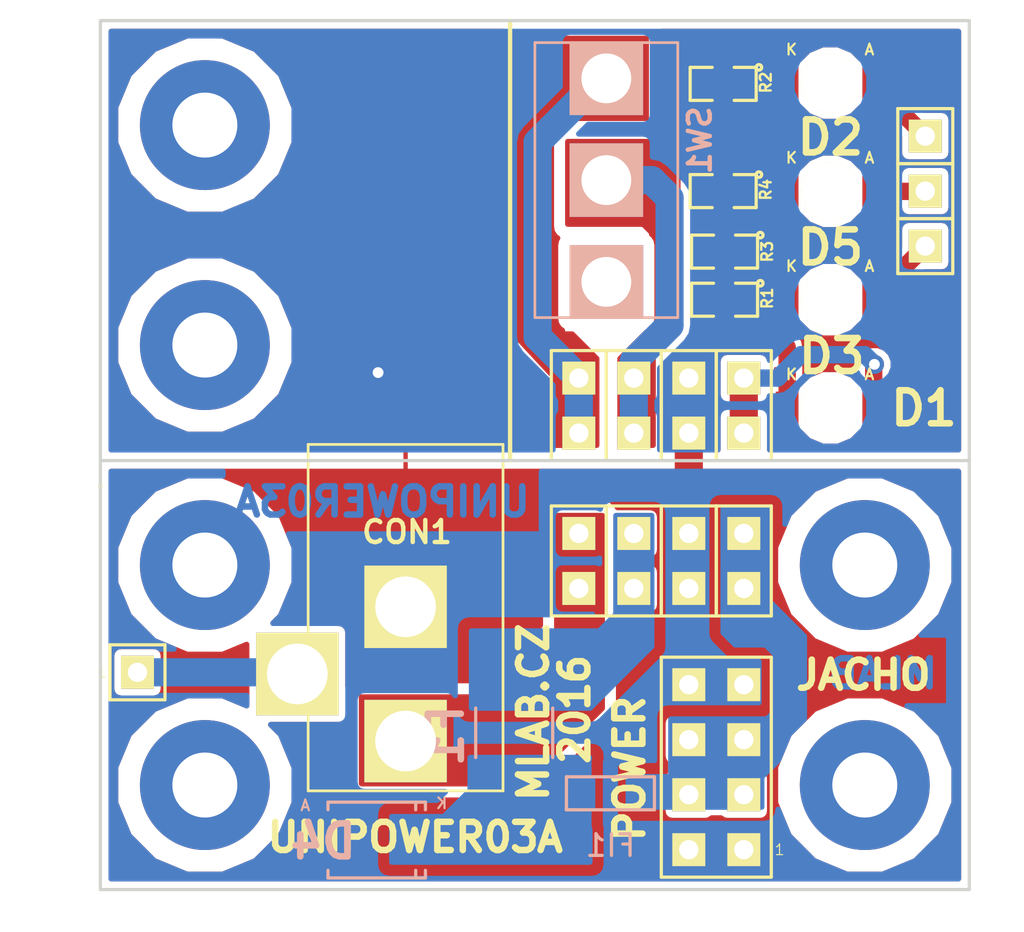
<source format=kicad_pcb>
(kicad_pcb (version 4) (host pcbnew 4.0.1-stable)

  (general
    (links 40)
    (no_connects 0)
    (area 0.178999 -40.461001 40.461001 -0.178999)
    (thickness 1.6)
    (drawings 14)
    (tracks 51)
    (zones 0)
    (modules 32)
    (nets 17)
  )

  (page A4)
  (layers
    (0 F.Cu signal)
    (31 B.Cu signal)
    (32 B.Adhes user)
    (33 F.Adhes user)
    (34 B.Paste user)
    (35 F.Paste user)
    (36 B.SilkS user)
    (37 F.SilkS user)
    (38 B.Mask user)
    (39 F.Mask user)
    (40 Dwgs.User user)
    (41 Cmts.User user)
    (42 Eco1.User user)
    (43 Eco2.User user)
    (44 Edge.Cuts user)
    (45 Margin user)
    (46 B.CrtYd user)
    (47 F.CrtYd user)
    (48 B.Fab user)
    (49 F.Fab user)
  )

  (setup
    (last_trace_width 0.3)
    (user_trace_width 0.6)
    (user_trace_width 0.7)
    (user_trace_width 0.8)
    (user_trace_width 1.3)
    (trace_clearance 0.2)
    (zone_clearance 0.3)
    (zone_45_only no)
    (trace_min 0.2)
    (segment_width 0.2)
    (edge_width 0.15)
    (via_size 0.89)
    (via_drill 0.5)
    (via_min_size 0.4)
    (via_min_drill 0.3)
    (uvia_size 0.3)
    (uvia_drill 0.127)
    (uvias_allowed no)
    (uvia_min_size 0.2)
    (uvia_min_drill 0.1)
    (pcb_text_width 0.3)
    (pcb_text_size 1.5 1.5)
    (mod_edge_width 0.15)
    (mod_text_size 1 1)
    (mod_text_width 0.15)
    (pad_size 1.524 1.524)
    (pad_drill 0.762)
    (pad_to_mask_clearance 0.12)
    (aux_axis_origin 0 0)
    (visible_elements 7FFFFF7F)
    (pcbplotparams
      (layerselection 0x010e0_80000001)
      (usegerberextensions false)
      (excludeedgelayer true)
      (linewidth 0.300000)
      (plotframeref false)
      (viasonmask false)
      (mode 1)
      (useauxorigin false)
      (hpglpennumber 1)
      (hpglpenspeed 20)
      (hpglpendiameter 15)
      (hpglpenoverlay 2)
      (psnegative false)
      (psa4output false)
      (plotreference true)
      (plotvalue true)
      (plotinvisibletext false)
      (padsonsilk false)
      (subtractmaskfromsilk false)
      (outputformat 1)
      (mirror false)
      (drillshape 0)
      (scaleselection 1)
      (outputdirectory ../CAM_PROFI/))
  )

  (net 0 "")
  (net 1 GND)
  (net 2 "Net-(CON1-Pad3)")
  (net 3 "Net-(D1-Pad1)")
  (net 4 "Net-(D1-Pad2)")
  (net 5 "Net-(D2-Pad1)")
  (net 6 "Net-(D2-Pad2)")
  (net 7 "Net-(D3-Pad1)")
  (net 8 "Net-(D3-Pad2)")
  (net 9 "Net-(D4-Pad1)")
  (net 10 "Net-(F1-Pad1)")
  (net 11 "Net-(J2-Pad1)")
  (net 12 "Net-(J4-Pad1)")
  (net 13 VCC)
  (net 14 "Net-(D5-Pad1)")
  (net 15 "Net-(D5-Pad2)")
  (net 16 "Net-(CON1-Pad1)")

  (net_class Default "Toto je výchozí třída sítě."
    (clearance 0.2)
    (trace_width 0.3)
    (via_dia 0.89)
    (via_drill 0.5)
    (uvia_dia 0.3)
    (uvia_drill 0.127)
    (add_net "Net-(CON1-Pad1)")
    (add_net "Net-(CON1-Pad3)")
    (add_net "Net-(D1-Pad1)")
    (add_net "Net-(D1-Pad2)")
    (add_net "Net-(D2-Pad1)")
    (add_net "Net-(D2-Pad2)")
    (add_net "Net-(D3-Pad1)")
    (add_net "Net-(D3-Pad2)")
    (add_net "Net-(D4-Pad1)")
    (add_net "Net-(D5-Pad1)")
    (add_net "Net-(D5-Pad2)")
    (add_net "Net-(F1-Pad1)")
    (add_net "Net-(J2-Pad1)")
    (add_net "Net-(J4-Pad1)")
    (add_net VCC)
  )

  (net_class gnd ""
    (clearance 0.2)
    (trace_width 0.2)
    (via_dia 0.89)
    (via_drill 0.5)
    (uvia_dia 0.3)
    (uvia_drill 0.127)
    (add_net GND)
  )

  (module Mlab_Mechanical:MountingHole_3mm placed (layer F.Cu) (tedit 5535DB2C) (tstamp 56BDAD5B)
    (at 35.56 -15.24)
    (descr "Mounting hole, Befestigungsbohrung, 3mm, No Annular, Kein Restring,")
    (tags "Mounting hole, Befestigungsbohrung, 3mm, No Annular, Kein Restring,")
    (path /56BDDE25)
    (fp_text reference M1 (at 0 -4.191) (layer F.SilkS) hide
      (effects (font (thickness 0.3048)))
    )
    (fp_text value HOLE (at 0 4.191) (layer F.SilkS) hide
      (effects (font (thickness 0.3048)))
    )
    (fp_circle (center 0 0) (end 2.99974 0) (layer Cmts.User) (width 0.381))
    (pad 1 thru_hole circle (at 0 0) (size 6 6) (drill 3) (layers *.Cu *.Adhes *.Mask)
      (clearance 1) (zone_connect 2))
  )

  (module Mlab_Pin_Headers:Straight_2x04 (layer F.Cu) (tedit 5535DB57) (tstamp 56BDABF1)
    (at 28.702 -5.9055 180)
    (descr "pin header straight 2x04")
    (tags "pin header straight 2x04")
    (path /56BDAD1E)
    (fp_text reference J8 (at 0 -6.35 180) (layer F.SilkS) hide
      (effects (font (size 1.5 1.5) (thickness 0.15)))
    )
    (fp_text value JUMP_4X2 (at 0 6.35 180) (layer F.SilkS) hide
      (effects (font (size 1.5 1.5) (thickness 0.15)))
    )
    (fp_text user 1 (at -2.921 -3.81 180) (layer F.SilkS)
      (effects (font (size 0.5 0.5) (thickness 0.05)))
    )
    (fp_line (start -2.54 -5.08) (end 2.54 -5.08) (layer F.SilkS) (width 0.15))
    (fp_line (start 2.54 -5.08) (end 2.54 5.08) (layer F.SilkS) (width 0.15))
    (fp_line (start 2.54 5.08) (end -2.54 5.08) (layer F.SilkS) (width 0.15))
    (fp_line (start -2.54 5.08) (end -2.54 -5.08) (layer F.SilkS) (width 0.15))
    (pad 1 thru_hole rect (at -1.27 -3.81 180) (size 1.524 1.524) (drill 0.889) (layers *.Cu *.Mask F.SilkS)
      (net 1 GND))
    (pad 2 thru_hole rect (at 1.27 -3.81 180) (size 1.524 1.524) (drill 0.889) (layers *.Cu *.Mask F.SilkS)
      (net 1 GND))
    (pad 3 thru_hole rect (at -1.27 -1.27 180) (size 1.524 1.524) (drill 0.889) (layers *.Cu *.Mask F.SilkS)
      (net 13 VCC))
    (pad 4 thru_hole rect (at 1.27 -1.27 180) (size 1.524 1.524) (drill 0.889) (layers *.Cu *.Mask F.SilkS)
      (net 13 VCC))
    (pad 5 thru_hole rect (at -1.27 1.27 180) (size 1.524 1.524) (drill 0.889) (layers *.Cu *.Mask F.SilkS)
      (net 13 VCC))
    (pad 6 thru_hole rect (at 1.27 1.27 180) (size 1.524 1.524) (drill 0.889) (layers *.Cu *.Mask F.SilkS)
      (net 13 VCC))
    (pad 7 thru_hole rect (at -1.27 3.81 180) (size 1.524 1.524) (drill 0.889) (layers *.Cu *.Mask F.SilkS)
      (net 1 GND))
    (pad 8 thru_hole rect (at 1.27 3.81 180) (size 1.524 1.524) (drill 0.889) (layers *.Cu *.Mask F.SilkS)
      (net 1 GND))
    (model Pin_Headers/Pin_Header_Straight_2x04.wrl
      (at (xyz 0 0 0))
      (scale (xyz 1 1 1))
      (rotate (xyz 0 0 90))
    )
  )

  (module Mlab_CON:DC2,1MM placed (layer F.Cu) (tedit 56C181FF) (tstamp 56BDAB96)
    (at 14.351 -10.922 90)
    (tags "DC2,1MM nap. konektor")
    (path /56BDACD7)
    (fp_text reference CON1 (at 5.842 0.0635 180) (layer F.SilkS)
      (effects (font (size 1.016 1.016) (thickness 0.2032)))
    )
    (fp_text value JACK_DC2.1 (at 2.2225 3.5433 90) (layer F.SilkS) hide
      (effects (font (size 1.016 1.016) (thickness 0.2032)))
    )
    (fp_line (start 9.89 -4.5) (end -6.11 -4.5) (layer F.SilkS) (width 0.127))
    (fp_line (start 9.89 4.5) (end 9.89 -4.5) (layer F.SilkS) (width 0.127))
    (fp_line (start -6.11 4.5) (end 9.89 4.5) (layer F.SilkS) (width 0.127))
    (fp_line (start -6.11 -4.5) (end -6.11 4.5) (layer F.SilkS) (width 0.127))
    (pad 2 thru_hole rect (at 2.39 0 90) (size 3.81 3.81) (drill 2.8) (layers *.Cu *.Mask F.SilkS)
      (net 1 GND))
    (pad 1 thru_hole rect (at -3.81 0 90) (size 3.81 3.81) (drill 2.8) (layers *.Cu *.Mask F.SilkS)
      (net 16 "Net-(CON1-Pad1)"))
    (pad 3 thru_hole rect (at -0.71 -5 90) (size 3.81 3.81) (drill 2.8) (layers *.Cu *.Mask F.SilkS)
      (net 2 "Net-(CON1-Pad3)"))
  )

  (module Mlab_L:FIR1 (layer B.Cu) (tedit 54BBE5C1) (tstamp 56BDABBE)
    (at 23.8125 -4.699)
    (path /56BDAF4D)
    (fp_text reference FI1 (at 0 2.413) (layer B.SilkS)
      (effects (font (size 1 1) (thickness 0.15)) (justify mirror))
    )
    (fp_text value NFM21PC105 (at 2.794 -1.905) (layer B.SilkS) hide
      (effects (font (size 1 1) (thickness 0.15)) (justify mirror))
    )
    (fp_line (start -2.032 0.762) (end 2.032 0.762) (layer B.SilkS) (width 0.15))
    (fp_line (start 2.032 0.762) (end 2.032 -0.762) (layer B.SilkS) (width 0.15))
    (fp_line (start 2.032 -0.762) (end -2.032 -0.762) (layer B.SilkS) (width 0.15))
    (fp_line (start -2.032 -0.762) (end -2.032 0.762) (layer B.SilkS) (width 0.15))
    (fp_line (start -2.032 0.762) (end -2.032 0.635) (layer B.SilkS) (width 0.15))
    (pad 1 smd rect (at -1.35 0) (size 1.3 1.5) (layers B.Cu B.Paste B.Mask)
      (net 9 "Net-(D4-Pad1)"))
    (pad 2 smd rect (at 0 0) (size 0.7 3) (layers B.Cu B.Paste B.Mask)
      (net 1 GND))
    (pad 3 smd rect (at 1.35 0) (size 1.3 1.5) (layers B.Cu B.Paste B.Mask)
      (net 13 VCC))
    (model MLAB_3D/Resistors/chip_cms.wrl
      (at (xyz 0 0 0))
      (scale (xyz 0.13 0.13 0.13))
      (rotate (xyz 0 0 0))
    )
  )

  (module Mlab_Pin_Headers:Straight_1x02 (layer F.Cu) (tedit 5535DB0D) (tstamp 56BDABC4)
    (at 22.352 -15.4305)
    (descr "pin header straight 1x02")
    (tags "pin header straight 1x02")
    (path /56BDBD4C)
    (fp_text reference J1 (at 0 -3.81) (layer F.SilkS) hide
      (effects (font (size 1.5 1.5) (thickness 0.15)))
    )
    (fp_text value CONN1_2 (at 0 3.81) (layer F.SilkS) hide
      (effects (font (size 1.5 1.5) (thickness 0.15)))
    )
    (fp_text user 1 (at -1.651 -1.27) (layer F.SilkS) hide
      (effects (font (size 0.5 0.5) (thickness 0.05)))
    )
    (fp_line (start -1.27 -2.54) (end 1.27 -2.54) (layer F.SilkS) (width 0.15))
    (fp_line (start 1.27 -2.54) (end 1.27 2.54) (layer F.SilkS) (width 0.15))
    (fp_line (start 1.27 2.54) (end -1.27 2.54) (layer F.SilkS) (width 0.15))
    (fp_line (start -1.27 2.54) (end -1.27 -2.54) (layer F.SilkS) (width 0.15))
    (pad 2 thru_hole rect (at 0 1.27) (size 1.524 1.524) (drill 0.889) (layers *.Cu *.Mask F.SilkS)
      (net 16 "Net-(CON1-Pad1)"))
    (pad 1 thru_hole rect (at 0 -1.27) (size 1.524 1.524) (drill 0.889) (layers *.Cu *.Mask F.SilkS)
      (net 16 "Net-(CON1-Pad1)"))
    (model Pin_Headers/Pin_Header_Straight_1x02.wrl
      (at (xyz 0 0 0))
      (scale (xyz 1 1 1))
      (rotate (xyz 0 0 90))
    )
  )

  (module Mlab_Pin_Headers:Straight_1x02 (layer F.Cu) (tedit 5535DB0D) (tstamp 56BDABCA)
    (at 22.352 -22.606)
    (descr "pin header straight 1x02")
    (tags "pin header straight 1x02")
    (path /56BDBDFC)
    (fp_text reference J2 (at 0 -3.81) (layer F.SilkS) hide
      (effects (font (size 1.5 1.5) (thickness 0.15)))
    )
    (fp_text value CONN1_2 (at 0 3.81) (layer F.SilkS) hide
      (effects (font (size 1.5 1.5) (thickness 0.15)))
    )
    (fp_text user 1 (at -1.651 -1.27) (layer F.SilkS) hide
      (effects (font (size 0.5 0.5) (thickness 0.05)))
    )
    (fp_line (start -1.27 -2.54) (end 1.27 -2.54) (layer F.SilkS) (width 0.15))
    (fp_line (start 1.27 -2.54) (end 1.27 2.54) (layer F.SilkS) (width 0.15))
    (fp_line (start 1.27 2.54) (end -1.27 2.54) (layer F.SilkS) (width 0.15))
    (fp_line (start -1.27 2.54) (end -1.27 -2.54) (layer F.SilkS) (width 0.15))
    (pad 2 thru_hole rect (at 0 1.27) (size 1.524 1.524) (drill 0.889) (layers *.Cu *.Mask F.SilkS)
      (net 11 "Net-(J2-Pad1)"))
    (pad 1 thru_hole rect (at 0 -1.27) (size 1.524 1.524) (drill 0.889) (layers *.Cu *.Mask F.SilkS)
      (net 11 "Net-(J2-Pad1)"))
    (model Pin_Headers/Pin_Header_Straight_1x02.wrl
      (at (xyz 0 0 0))
      (scale (xyz 1 1 1))
      (rotate (xyz 0 0 90))
    )
  )

  (module Mlab_Pin_Headers:Straight_1x02 (layer F.Cu) (tedit 5535DB0D) (tstamp 56BDABD5)
    (at 24.892 -22.606)
    (descr "pin header straight 1x02")
    (tags "pin header straight 1x02")
    (path /56BDC2C5)
    (fp_text reference J4 (at 0 -3.81) (layer F.SilkS) hide
      (effects (font (size 1.5 1.5) (thickness 0.15)))
    )
    (fp_text value CONN1_2 (at 0 3.81) (layer F.SilkS) hide
      (effects (font (size 1.5 1.5) (thickness 0.15)))
    )
    (fp_text user 1 (at -1.651 -1.27) (layer F.SilkS) hide
      (effects (font (size 0.5 0.5) (thickness 0.05)))
    )
    (fp_line (start -1.27 -2.54) (end 1.27 -2.54) (layer F.SilkS) (width 0.15))
    (fp_line (start 1.27 -2.54) (end 1.27 2.54) (layer F.SilkS) (width 0.15))
    (fp_line (start 1.27 2.54) (end -1.27 2.54) (layer F.SilkS) (width 0.15))
    (fp_line (start -1.27 2.54) (end -1.27 -2.54) (layer F.SilkS) (width 0.15))
    (pad 2 thru_hole rect (at 0 1.27) (size 1.524 1.524) (drill 0.889) (layers *.Cu *.Mask F.SilkS)
      (net 12 "Net-(J4-Pad1)"))
    (pad 1 thru_hole rect (at 0 -1.27) (size 1.524 1.524) (drill 0.889) (layers *.Cu *.Mask F.SilkS)
      (net 12 "Net-(J4-Pad1)"))
    (model Pin_Headers/Pin_Header_Straight_1x02.wrl
      (at (xyz 0 0 0))
      (scale (xyz 1 1 1))
      (rotate (xyz 0 0 90))
    )
  )

  (module Mlab_Pin_Headers:Straight_1x02 (layer F.Cu) (tedit 5535DB0D) (tstamp 56BDABDB)
    (at 24.892 -15.4305)
    (descr "pin header straight 1x02")
    (tags "pin header straight 1x02")
    (path /56BDC320)
    (fp_text reference J5 (at 0 -3.81) (layer F.SilkS) hide
      (effects (font (size 1.5 1.5) (thickness 0.15)))
    )
    (fp_text value CONN1_2 (at 0 3.81) (layer F.SilkS) hide
      (effects (font (size 1.5 1.5) (thickness 0.15)))
    )
    (fp_text user 1 (at -1.651 -1.27) (layer F.SilkS) hide
      (effects (font (size 0.5 0.5) (thickness 0.05)))
    )
    (fp_line (start -1.27 -2.54) (end 1.27 -2.54) (layer F.SilkS) (width 0.15))
    (fp_line (start 1.27 -2.54) (end 1.27 2.54) (layer F.SilkS) (width 0.15))
    (fp_line (start 1.27 2.54) (end -1.27 2.54) (layer F.SilkS) (width 0.15))
    (fp_line (start -1.27 2.54) (end -1.27 -2.54) (layer F.SilkS) (width 0.15))
    (pad 2 thru_hole rect (at 0 1.27) (size 1.524 1.524) (drill 0.889) (layers *.Cu *.Mask F.SilkS)
      (net 10 "Net-(F1-Pad1)"))
    (pad 1 thru_hole rect (at 0 -1.27) (size 1.524 1.524) (drill 0.889) (layers *.Cu *.Mask F.SilkS)
      (net 10 "Net-(F1-Pad1)"))
    (model Pin_Headers/Pin_Header_Straight_1x02.wrl
      (at (xyz 0 0 0))
      (scale (xyz 1 1 1))
      (rotate (xyz 0 0 90))
    )
  )

  (module Mlab_Pin_Headers:Straight_1x01 (layer F.Cu) (tedit 56C2B848) (tstamp 56BDABE0)
    (at 38.354 -35.052)
    (descr "pin header straight 1x01")
    (tags "pin header straight 1x01")
    (path /56BDD62A)
    (fp_text reference J6 (at 0 -2.54) (layer F.SilkS) hide
      (effects (font (size 1.5 1.5) (thickness 0.15)))
    )
    (fp_text value CONN1_1 (at 0 2.54) (layer F.SilkS) hide
      (effects (font (size 1.5 1.5) (thickness 0.15)))
    )
    (fp_text user 1 (at -1.651 0) (layer F.SilkS) hide
      (effects (font (size 0.5 0.5) (thickness 0.05)))
    )
    (fp_line (start -1.27 -1.27) (end 1.27 -1.27) (layer F.SilkS) (width 0.15))
    (fp_line (start 1.27 -1.27) (end 1.27 1.27) (layer F.SilkS) (width 0.15))
    (fp_line (start 1.27 1.27) (end -1.27 1.27) (layer F.SilkS) (width 0.15))
    (fp_line (start -1.27 1.27) (end -1.27 -1.27) (layer F.SilkS) (width 0.15))
    (pad 1 thru_hole rect (at 0 0) (size 1.524 1.524) (drill 0.889) (layers *.Cu *.Mask F.SilkS)
      (net 6 "Net-(D2-Pad2)"))
    (model Pin_Headers/Pin_Header_Straight_1x01.wrl
      (at (xyz 0 0 0))
      (scale (xyz 1 1 1))
      (rotate (xyz 0 0 90))
    )
  )

  (module Mlab_Pin_Headers:Straight_1x01 (layer F.Cu) (tedit 56C2B850) (tstamp 56BDABE5)
    (at 38.354 -29.972)
    (descr "pin header straight 1x01")
    (tags "pin header straight 1x01")
    (path /56BDD67C)
    (fp_text reference J7 (at 0 -2.54) (layer F.SilkS) hide
      (effects (font (size 1.5 1.5) (thickness 0.15)))
    )
    (fp_text value CONN1_1 (at 0 2.54) (layer F.SilkS) hide
      (effects (font (size 1.5 1.5) (thickness 0.15)))
    )
    (fp_text user 1 (at -1.651 0) (layer F.SilkS) hide
      (effects (font (size 0.5 0.5) (thickness 0.05)))
    )
    (fp_line (start -1.27 -1.27) (end 1.27 -1.27) (layer F.SilkS) (width 0.15))
    (fp_line (start 1.27 -1.27) (end 1.27 1.27) (layer F.SilkS) (width 0.15))
    (fp_line (start 1.27 1.27) (end -1.27 1.27) (layer F.SilkS) (width 0.15))
    (fp_line (start -1.27 1.27) (end -1.27 -1.27) (layer F.SilkS) (width 0.15))
    (pad 1 thru_hole rect (at 0 0) (size 1.524 1.524) (drill 0.889) (layers *.Cu *.Mask F.SilkS)
      (net 8 "Net-(D3-Pad2)"))
    (model Pin_Headers/Pin_Header_Straight_1x01.wrl
      (at (xyz 0 0 0))
      (scale (xyz 1 1 1))
      (rotate (xyz 0 0 90))
    )
  )

  (module Mlab_R:SMD-0805 (layer F.Cu) (tedit 56C18311) (tstamp 56BDABF7)
    (at 29.083 -27.4955 180)
    (path /56BDD471)
    (attr smd)
    (fp_text reference R1 (at -1.9685 0.0635 270) (layer F.SilkS)
      (effects (font (size 0.50038 0.50038) (thickness 0.10922)))
    )
    (fp_text value 2k2 (at 0.127 0.381 180) (layer F.SilkS) hide
      (effects (font (size 0.50038 0.50038) (thickness 0.10922)))
    )
    (fp_circle (center -1.651 0.762) (end -1.651 0.635) (layer F.SilkS) (width 0.15))
    (fp_line (start -0.508 0.762) (end -1.524 0.762) (layer F.SilkS) (width 0.15))
    (fp_line (start -1.524 0.762) (end -1.524 -0.762) (layer F.SilkS) (width 0.15))
    (fp_line (start -1.524 -0.762) (end -0.508 -0.762) (layer F.SilkS) (width 0.15))
    (fp_line (start 0.508 -0.762) (end 1.524 -0.762) (layer F.SilkS) (width 0.15))
    (fp_line (start 1.524 -0.762) (end 1.524 0.762) (layer F.SilkS) (width 0.15))
    (fp_line (start 1.524 0.762) (end 0.508 0.762) (layer F.SilkS) (width 0.15))
    (pad 1 smd rect (at -0.9525 0 180) (size 0.889 1.397) (layers F.Cu F.Paste F.Mask)
      (net 3 "Net-(D1-Pad1)"))
    (pad 2 smd rect (at 0.9525 0 180) (size 0.889 1.397) (layers F.Cu F.Paste F.Mask)
      (net 1 GND))
    (model MLAB_3D/Resistors/chip_cms.wrl
      (at (xyz 0 0 0))
      (scale (xyz 0.1 0.1 0.1))
      (rotate (xyz 0 0 0))
    )
  )

  (module Mlab_R:SMD-0805 (layer F.Cu) (tedit 56C18326) (tstamp 56BDABFD)
    (at 29.0195 -37.465 180)
    (path /56BDD507)
    (attr smd)
    (fp_text reference R2 (at -1.9685 0.0635 270) (layer F.SilkS)
      (effects (font (size 0.50038 0.50038) (thickness 0.10922)))
    )
    (fp_text value 2k2 (at 0.0635 -1.3335 180) (layer F.SilkS) hide
      (effects (font (size 0.50038 0.50038) (thickness 0.10922)))
    )
    (fp_circle (center -1.651 0.762) (end -1.651 0.635) (layer F.SilkS) (width 0.15))
    (fp_line (start -0.508 0.762) (end -1.524 0.762) (layer F.SilkS) (width 0.15))
    (fp_line (start -1.524 0.762) (end -1.524 -0.762) (layer F.SilkS) (width 0.15))
    (fp_line (start -1.524 -0.762) (end -0.508 -0.762) (layer F.SilkS) (width 0.15))
    (fp_line (start 0.508 -0.762) (end 1.524 -0.762) (layer F.SilkS) (width 0.15))
    (fp_line (start 1.524 -0.762) (end 1.524 0.762) (layer F.SilkS) (width 0.15))
    (fp_line (start 1.524 0.762) (end 0.508 0.762) (layer F.SilkS) (width 0.15))
    (pad 1 smd rect (at -0.9525 0 180) (size 0.889 1.397) (layers F.Cu F.Paste F.Mask)
      (net 5 "Net-(D2-Pad1)"))
    (pad 2 smd rect (at 0.9525 0 180) (size 0.889 1.397) (layers F.Cu F.Paste F.Mask)
      (net 1 GND))
    (model MLAB_3D/Resistors/chip_cms.wrl
      (at (xyz 0 0 0))
      (scale (xyz 0.1 0.1 0.1))
      (rotate (xyz 0 0 0))
    )
  )

  (module Mlab_R:SMD-0805 (layer F.Cu) (tedit 56C18316) (tstamp 56BDAC03)
    (at 29.083 -29.718 180)
    (path /56BDD55D)
    (attr smd)
    (fp_text reference R3 (at -1.9685 0 270) (layer F.SilkS)
      (effects (font (size 0.50038 0.50038) (thickness 0.10922)))
    )
    (fp_text value 2k2 (at 0.127 0.381 180) (layer F.SilkS) hide
      (effects (font (size 0.50038 0.50038) (thickness 0.10922)))
    )
    (fp_circle (center -1.651 0.762) (end -1.651 0.635) (layer F.SilkS) (width 0.15))
    (fp_line (start -0.508 0.762) (end -1.524 0.762) (layer F.SilkS) (width 0.15))
    (fp_line (start -1.524 0.762) (end -1.524 -0.762) (layer F.SilkS) (width 0.15))
    (fp_line (start -1.524 -0.762) (end -0.508 -0.762) (layer F.SilkS) (width 0.15))
    (fp_line (start 0.508 -0.762) (end 1.524 -0.762) (layer F.SilkS) (width 0.15))
    (fp_line (start 1.524 -0.762) (end 1.524 0.762) (layer F.SilkS) (width 0.15))
    (fp_line (start 1.524 0.762) (end 0.508 0.762) (layer F.SilkS) (width 0.15))
    (pad 1 smd rect (at -0.9525 0 180) (size 0.889 1.397) (layers F.Cu F.Paste F.Mask)
      (net 7 "Net-(D3-Pad1)"))
    (pad 2 smd rect (at 0.9525 0 180) (size 0.889 1.397) (layers F.Cu F.Paste F.Mask)
      (net 1 GND))
    (model MLAB_3D/Resistors/chip_cms.wrl
      (at (xyz 0 0 0))
      (scale (xyz 0.1 0.1 0.1))
      (rotate (xyz 0 0 0))
    )
  )

  (module Mlab_SW:Prepinaci_3A_SL19121 placed (layer B.Cu) (tedit 56C182DE) (tstamp 56BDAC0A)
    (at 23.622 -33.02 180)
    (tags "Prepinaci tlacitko 3A")
    (path /56BDAD73)
    (fp_text reference SW1 (at -4.318 1.8415 270) (layer B.SilkS)
      (effects (font (size 1.016 1.016) (thickness 0.2032)) (justify mirror))
    )
    (fp_text value SL19121 (at -4.5593 0.2667 450) (layer B.SilkS) hide
      (effects (font (size 1.016 1.016) (thickness 0.2032)) (justify mirror))
    )
    (fp_line (start -3.3 6.35) (end 3.3 6.35) (layer B.SilkS) (width 0.127))
    (fp_line (start 3.3 6.35) (end 3.3 -6.35) (layer B.SilkS) (width 0.127))
    (fp_line (start 3.3 -6.35) (end -3.3 -6.35) (layer B.SilkS) (width 0.127))
    (fp_line (start -3.3 6.35) (end -3.3 -6.35) (layer B.SilkS) (width 0.127))
    (pad 3 thru_hole rect (at 0 -4.7 180) (size 3.4 3.4) (drill 2.3) (layers *.Cu *.Mask B.SilkS))
    (pad 2 thru_hole rect (at 0 0 180) (size 3.4 3.4) (drill 2.3) (layers *.Cu *.Mask B.SilkS)
      (net 12 "Net-(J4-Pad1)"))
    (pad 1 thru_hole rect (at 0 4.7 180) (size 3.4 3.4) (drill 2.3) (layers *.Cu *.Mask B.SilkS)
      (net 11 "Net-(J2-Pad1)"))
  )

  (module Mlab_Mechanical:MountingHole_3mm placed (layer F.Cu) (tedit 5535DB2C) (tstamp 56BDAD60)
    (at 5.08 -15.24)
    (descr "Mounting hole, Befestigungsbohrung, 3mm, No Annular, Kein Restring,")
    (tags "Mounting hole, Befestigungsbohrung, 3mm, No Annular, Kein Restring,")
    (path /56BDE01E)
    (fp_text reference M2 (at 0 -4.191) (layer F.SilkS) hide
      (effects (font (thickness 0.3048)))
    )
    (fp_text value HOLE (at 0 4.191) (layer F.SilkS) hide
      (effects (font (thickness 0.3048)))
    )
    (fp_circle (center 0 0) (end 2.99974 0) (layer Cmts.User) (width 0.381))
    (pad 1 thru_hole circle (at 0 0) (size 6 6) (drill 3) (layers *.Cu *.Adhes *.Mask)
      (clearance 1) (zone_connect 2))
  )

  (module Mlab_Mechanical:MountingHole_3mm placed (layer F.Cu) (tedit 5535DB2C) (tstamp 56BDAD65)
    (at 35.56 -5.08)
    (descr "Mounting hole, Befestigungsbohrung, 3mm, No Annular, Kein Restring,")
    (tags "Mounting hole, Befestigungsbohrung, 3mm, No Annular, Kein Restring,")
    (path /56BDE185)
    (fp_text reference M3 (at 0 -4.191) (layer F.SilkS) hide
      (effects (font (thickness 0.3048)))
    )
    (fp_text value HOLE (at 0 4.191) (layer F.SilkS) hide
      (effects (font (thickness 0.3048)))
    )
    (fp_circle (center 0 0) (end 2.99974 0) (layer Cmts.User) (width 0.381))
    (pad 1 thru_hole circle (at 0 0) (size 6 6) (drill 3) (layers *.Cu *.Adhes *.Mask)
      (clearance 1) (zone_connect 2))
  )

  (module Mlab_Mechanical:MountingHole_3mm placed (layer F.Cu) (tedit 5535DB2C) (tstamp 56BDAD6A)
    (at 5.08 -5.08)
    (descr "Mounting hole, Befestigungsbohrung, 3mm, No Annular, Kein Restring,")
    (tags "Mounting hole, Befestigungsbohrung, 3mm, No Annular, Kein Restring,")
    (path /56BDE12B)
    (fp_text reference M4 (at 0 -4.191) (layer F.SilkS) hide
      (effects (font (thickness 0.3048)))
    )
    (fp_text value HOLE (at 0 4.191) (layer F.SilkS) hide
      (effects (font (thickness 0.3048)))
    )
    (fp_circle (center 0 0) (end 2.99974 0) (layer Cmts.User) (width 0.381))
    (pad 1 thru_hole circle (at 0 0) (size 6 6) (drill 3) (layers *.Cu *.Adhes *.Mask)
      (clearance 1) (zone_connect 2))
  )

  (module Mlab_Mechanical:MountingHole_3mm placed (layer F.Cu) (tedit 5535DB2C) (tstamp 56BDB02B)
    (at 5.08 -25.4)
    (descr "Mounting hole, Befestigungsbohrung, 3mm, No Annular, Kein Restring,")
    (tags "Mounting hole, Befestigungsbohrung, 3mm, No Annular, Kein Restring,")
    (path /56BDF5DC)
    (fp_text reference M5 (at 0 -4.191) (layer F.SilkS) hide
      (effects (font (thickness 0.3048)))
    )
    (fp_text value HOLE (at 0 4.191) (layer F.SilkS) hide
      (effects (font (thickness 0.3048)))
    )
    (fp_circle (center 0 0) (end 2.99974 0) (layer Cmts.User) (width 0.381))
    (pad 1 thru_hole circle (at 0 0) (size 6 6) (drill 3) (layers *.Cu *.Adhes *.Mask)
      (clearance 1) (zone_connect 2))
  )

  (module Mlab_Mechanical:MountingHole_3mm placed (layer F.Cu) (tedit 5535DB2C) (tstamp 56BDB03A)
    (at 5.08 -35.56)
    (descr "Mounting hole, Befestigungsbohrung, 3mm, No Annular, Kein Restring,")
    (tags "Mounting hole, Befestigungsbohrung, 3mm, No Annular, Kein Restring,")
    (path /56BDF5E8)
    (fp_text reference M8 (at 0 -4.191) (layer F.SilkS) hide
      (effects (font (thickness 0.3048)))
    )
    (fp_text value HOLE (at 0 4.191) (layer F.SilkS) hide
      (effects (font (thickness 0.3048)))
    )
    (fp_circle (center 0 0) (end 2.99974 0) (layer Cmts.User) (width 0.381))
    (pad 1 thru_hole circle (at 0 0) (size 6 6) (drill 3) (layers *.Cu *.Adhes *.Mask)
      (clearance 1) (zone_connect 2))
  )

  (module Mlab_Pin_Headers:Straight_1x01 (layer F.Cu) (tedit 56C2B84D) (tstamp 56BDB1FA)
    (at 38.354 -32.512)
    (descr "pin header straight 1x01")
    (tags "pin header straight 1x01")
    (path /56BE4D28)
    (fp_text reference J12 (at 0 -2.54) (layer F.SilkS) hide
      (effects (font (size 1.5 1.5) (thickness 0.15)))
    )
    (fp_text value CONN1_1 (at 0 2.54) (layer F.SilkS) hide
      (effects (font (size 1.5 1.5) (thickness 0.15)))
    )
    (fp_text user 1 (at -1.651 0) (layer F.SilkS) hide
      (effects (font (size 0.5 0.5) (thickness 0.05)))
    )
    (fp_line (start -1.27 -1.27) (end 1.27 -1.27) (layer F.SilkS) (width 0.15))
    (fp_line (start 1.27 -1.27) (end 1.27 1.27) (layer F.SilkS) (width 0.15))
    (fp_line (start 1.27 1.27) (end -1.27 1.27) (layer F.SilkS) (width 0.15))
    (fp_line (start -1.27 1.27) (end -1.27 -1.27) (layer F.SilkS) (width 0.15))
    (pad 1 thru_hole rect (at 0 0) (size 1.524 1.524) (drill 0.889) (layers *.Cu *.Mask F.SilkS)
      (net 15 "Net-(D5-Pad2)"))
    (model Pin_Headers/Pin_Header_Straight_1x01.wrl
      (at (xyz 0 0 0))
      (scale (xyz 1 1 1))
      (rotate (xyz 0 0 90))
    )
  )

  (module Mlab_R:SMD-0805 (layer F.Cu) (tedit 56C18309) (tstamp 56BDB200)
    (at 29.0195 -32.512 180)
    (path /56BE4DA0)
    (attr smd)
    (fp_text reference R4 (at -1.9685 0.0635 270) (layer F.SilkS)
      (effects (font (size 0.50038 0.50038) (thickness 0.10922)))
    )
    (fp_text value 2k2 (at 0.0635 1.397 180) (layer F.SilkS) hide
      (effects (font (size 0.50038 0.50038) (thickness 0.10922)))
    )
    (fp_circle (center -1.651 0.762) (end -1.651 0.635) (layer F.SilkS) (width 0.15))
    (fp_line (start -0.508 0.762) (end -1.524 0.762) (layer F.SilkS) (width 0.15))
    (fp_line (start -1.524 0.762) (end -1.524 -0.762) (layer F.SilkS) (width 0.15))
    (fp_line (start -1.524 -0.762) (end -0.508 -0.762) (layer F.SilkS) (width 0.15))
    (fp_line (start 0.508 -0.762) (end 1.524 -0.762) (layer F.SilkS) (width 0.15))
    (fp_line (start 1.524 -0.762) (end 1.524 0.762) (layer F.SilkS) (width 0.15))
    (fp_line (start 1.524 0.762) (end 0.508 0.762) (layer F.SilkS) (width 0.15))
    (pad 1 smd rect (at -0.9525 0 180) (size 0.889 1.397) (layers F.Cu F.Paste F.Mask)
      (net 14 "Net-(D5-Pad1)"))
    (pad 2 smd rect (at 0.9525 0 180) (size 0.889 1.397) (layers F.Cu F.Paste F.Mask)
      (net 1 GND))
    (model MLAB_3D/Resistors/chip_cms.wrl
      (at (xyz 0 0 0))
      (scale (xyz 0.1 0.1 0.1))
      (rotate (xyz 0 0 0))
    )
  )

  (module Mlab_D:LED_1206 (layer F.Cu) (tedit 56C18290) (tstamp 56BDB390)
    (at 33.9725 -22.5 180)
    (descr "Diode Mini-MELF Standard")
    (tags "Diode Mini-MELF Standard")
    (path /56BDC95C)
    (attr smd)
    (fp_text reference D1 (at -4.318 -0.021 180) (layer F.SilkS)
      (effects (font (thickness 0.3048)))
    )
    (fp_text value RED (at 0 3.81 180) (layer F.SilkS) hide
      (effects (font (thickness 0.3048)))
    )
    (fp_line (start 2.21488 1.50622) (end 2.53492 1.81102) (layer F.Cu) (width 0.15))
    (fp_line (start 2.25298 1.52146) (end 2.5273 1.24968) (layer F.Cu) (width 0.15))
    (fp_line (start 2.2225 1.24968) (end 2.21742 1.81864) (layer F.Cu) (width 0.15))
    (fp_text user A (at -1.80086 1.5494 180) (layer F.SilkS)
      (effects (font (size 0.50038 0.50038) (thickness 0.09906)))
    )
    (fp_text user K (at 1.80086 1.5494 180) (layer F.SilkS)
      (effects (font (size 0.50038 0.50038) (thickness 0.09906)))
    )
    (pad 2 smd rect (at -2 0 180) (size 1.05 1.5) (layers F.Cu F.Paste F.Mask)
      (net 4 "Net-(D1-Pad2)"))
    (pad 1 smd rect (at 2 0 180) (size 1.05 1.5) (layers F.Cu F.Paste F.Mask)
      (net 3 "Net-(D1-Pad1)"))
    (pad "" np_thru_hole circle (at 0 0 180) (size 2.7 2.7) (drill 2.7) (layers *.Cu *.Mask F.SilkS))
    (model MLAB_3D/Diodes/MiniMELF_DO213AA.wrl
      (at (xyz 0 0 0))
      (scale (xyz 0.3937 0.3937 0.3937))
      (rotate (xyz 0 0 0))
    )
  )

  (module Mlab_D:LED_1206 (layer F.Cu) (tedit 56C182C0) (tstamp 56BDB397)
    (at 33.9725 -37.5 180)
    (descr "Diode Mini-MELF Standard")
    (tags "Diode Mini-MELF Standard")
    (path /56BDCB9C)
    (attr smd)
    (fp_text reference D2 (at 0 -2.5115 180) (layer F.SilkS)
      (effects (font (thickness 0.3048)))
    )
    (fp_text value RED (at 0 3.81 180) (layer F.SilkS) hide
      (effects (font (thickness 0.3048)))
    )
    (fp_line (start 2.21488 1.50622) (end 2.53492 1.81102) (layer F.Cu) (width 0.15))
    (fp_line (start 2.25298 1.52146) (end 2.5273 1.24968) (layer F.Cu) (width 0.15))
    (fp_line (start 2.2225 1.24968) (end 2.21742 1.81864) (layer F.Cu) (width 0.15))
    (fp_text user A (at -1.80086 1.5494 180) (layer F.SilkS)
      (effects (font (size 0.50038 0.50038) (thickness 0.09906)))
    )
    (fp_text user K (at 1.80086 1.5494 180) (layer F.SilkS)
      (effects (font (size 0.50038 0.50038) (thickness 0.09906)))
    )
    (pad 2 smd rect (at -2 0 180) (size 1.05 1.5) (layers F.Cu F.Paste F.Mask)
      (net 6 "Net-(D2-Pad2)"))
    (pad 1 smd rect (at 2 0 180) (size 1.05 1.5) (layers F.Cu F.Paste F.Mask)
      (net 5 "Net-(D2-Pad1)"))
    (pad "" np_thru_hole circle (at 0 0 180) (size 2.7 2.7) (drill 2.7) (layers *.Cu *.Mask F.SilkS))
    (model MLAB_3D/Diodes/MiniMELF_DO213AA.wrl
      (at (xyz 0 0 0))
      (scale (xyz 0.3937 0.3937 0.3937))
      (rotate (xyz 0 0 0))
    )
  )

  (module Mlab_D:LED_1206 (layer F.Cu) (tedit 56C182CC) (tstamp 56BDB39E)
    (at 33.9725 -27.4955 180)
    (descr "Diode Mini-MELF Standard")
    (tags "Diode Mini-MELF Standard")
    (path /56BDCBDE)
    (attr smd)
    (fp_text reference D3 (at -0.0635 -2.6035 180) (layer F.SilkS)
      (effects (font (thickness 0.3048)))
    )
    (fp_text value GREEN (at 0 3.81 180) (layer F.SilkS) hide
      (effects (font (thickness 0.3048)))
    )
    (fp_line (start 2.21488 1.50622) (end 2.53492 1.81102) (layer F.Cu) (width 0.15))
    (fp_line (start 2.25298 1.52146) (end 2.5273 1.24968) (layer F.Cu) (width 0.15))
    (fp_line (start 2.2225 1.24968) (end 2.21742 1.81864) (layer F.Cu) (width 0.15))
    (fp_text user A (at -1.80086 1.5494 180) (layer F.SilkS)
      (effects (font (size 0.50038 0.50038) (thickness 0.09906)))
    )
    (fp_text user K (at 1.80086 1.5494 180) (layer F.SilkS)
      (effects (font (size 0.50038 0.50038) (thickness 0.09906)))
    )
    (pad 2 smd rect (at -2 0 180) (size 1.05 1.5) (layers F.Cu F.Paste F.Mask)
      (net 8 "Net-(D3-Pad2)"))
    (pad 1 smd rect (at 2 0 180) (size 1.05 1.5) (layers F.Cu F.Paste F.Mask)
      (net 7 "Net-(D3-Pad1)"))
    (pad "" np_thru_hole circle (at 0 0 180) (size 2.7 2.7) (drill 2.7) (layers *.Cu *.Mask F.SilkS))
    (model MLAB_3D/Diodes/MiniMELF_DO213AA.wrl
      (at (xyz 0 0 0))
      (scale (xyz 0.3937 0.3937 0.3937))
      (rotate (xyz 0 0 0))
    )
  )

  (module Mlab_D:Diode-SMA_Standard (layer B.Cu) (tedit 56BDB339) (tstamp 56BDB3A4)
    (at 13.0175 -2.54)
    (descr "Diode SMA")
    (tags "Diode SMA")
    (path /56BDAC90)
    (attr smd)
    (fp_text reference D4 (at -2.4765 0.0635) (layer B.SilkS)
      (effects (font (thickness 0.3048)) (justify mirror))
    )
    (fp_text value M4 (at 0 -3.81) (layer B.SilkS) hide
      (effects (font (thickness 0.3048)) (justify mirror))
    )
    (fp_text user A (at -3.29946 -1.6002) (layer B.SilkS)
      (effects (font (size 0.50038 0.50038) (thickness 0.09906)) (justify mirror))
    )
    (fp_text user K (at 2.99974 -1.69926) (layer B.SilkS)
      (effects (font (size 0.50038 0.50038) (thickness 0.09906)) (justify mirror))
    )
    (fp_circle (center 0 0) (end 0.20066 0.0508) (layer B.Adhes) (width 0.381))
    (fp_line (start 1.80086 -1.75006) (end 1.80086 -1.39954) (layer B.SilkS) (width 0.15))
    (fp_line (start 1.80086 1.75006) (end 1.80086 1.39954) (layer B.SilkS) (width 0.15))
    (fp_line (start 2.25044 -1.75006) (end 2.25044 -1.39954) (layer B.SilkS) (width 0.15))
    (fp_line (start -2.25044 -1.75006) (end -2.25044 -1.39954) (layer B.SilkS) (width 0.15))
    (fp_line (start -2.25044 1.75006) (end -2.25044 1.39954) (layer B.SilkS) (width 0.15))
    (fp_line (start 2.25044 1.75006) (end 2.25044 1.39954) (layer B.SilkS) (width 0.15))
    (fp_line (start -2.25044 -1.75006) (end 2.25044 -1.75006) (layer B.SilkS) (width 0.15))
    (fp_line (start -2.25044 1.75006) (end 2.25044 1.75006) (layer B.SilkS) (width 0.15))
    (pad 2 smd rect (at -1.99898 0) (size 2.49936 1.80086) (layers B.Cu B.Paste B.Mask)
      (net 1 GND))
    (pad 1 smd rect (at 1.99898 0) (size 2.49936 1.80086) (layers B.Cu B.Paste B.Mask)
      (net 9 "Net-(D4-Pad1)"))
    (model MLAB_3D/Diodes/SMA.wrl
      (at (xyz 0 0 0))
      (scale (xyz 0.3937 0.3937 0.3937))
      (rotate (xyz 0 0 0))
    )
  )

  (module Mlab_D:LED_1206 (layer F.Cu) (tedit 56C182C6) (tstamp 56BDB3AB)
    (at 33.9725 -32.5 180)
    (descr "Diode Mini-MELF Standard")
    (tags "Diode Mini-MELF Standard")
    (path /56BE4CAF)
    (attr smd)
    (fp_text reference D5 (at 0 -2.5915 180) (layer F.SilkS)
      (effects (font (thickness 0.3048)))
    )
    (fp_text value ORANGE (at 0 3.81 180) (layer F.SilkS) hide
      (effects (font (thickness 0.3048)))
    )
    (fp_line (start 2.21488 1.50622) (end 2.53492 1.81102) (layer F.Cu) (width 0.15))
    (fp_line (start 2.25298 1.52146) (end 2.5273 1.24968) (layer F.Cu) (width 0.15))
    (fp_line (start 2.2225 1.24968) (end 2.21742 1.81864) (layer F.Cu) (width 0.15))
    (fp_text user A (at -1.80086 1.5494 180) (layer F.SilkS)
      (effects (font (size 0.50038 0.50038) (thickness 0.09906)))
    )
    (fp_text user K (at 1.80086 1.5494 180) (layer F.SilkS)
      (effects (font (size 0.50038 0.50038) (thickness 0.09906)))
    )
    (pad 2 smd rect (at -2 0 180) (size 1.05 1.5) (layers F.Cu F.Paste F.Mask)
      (net 15 "Net-(D5-Pad2)"))
    (pad 1 smd rect (at 2 0 180) (size 1.05 1.5) (layers F.Cu F.Paste F.Mask)
      (net 14 "Net-(D5-Pad1)"))
    (pad "" np_thru_hole circle (at 0 0 180) (size 2.7 2.7) (drill 2.7) (layers *.Cu *.Mask F.SilkS))
    (model MLAB_3D/Diodes/MiniMELF_DO213AA.wrl
      (at (xyz 0 0 0))
      (scale (xyz 0.3937 0.3937 0.3937))
      (rotate (xyz 0 0 0))
    )
  )

  (module Mlab_Pin_Headers:Straight_1x02 (layer F.Cu) (tedit 5535DB0D) (tstamp 56BDB851)
    (at 29.972 -15.4305)
    (descr "pin header straight 1x02")
    (tags "pin header straight 1x02")
    (path /56BE75A7)
    (fp_text reference J3 (at 0 -3.81) (layer F.SilkS) hide
      (effects (font (size 1.5 1.5) (thickness 0.15)))
    )
    (fp_text value JUMP_2x1 (at 0 3.81) (layer F.SilkS) hide
      (effects (font (size 1.5 1.5) (thickness 0.15)))
    )
    (fp_text user 1 (at -1.651 -1.27) (layer F.SilkS) hide
      (effects (font (size 0.5 0.5) (thickness 0.05)))
    )
    (fp_line (start -1.27 -2.54) (end 1.27 -2.54) (layer F.SilkS) (width 0.15))
    (fp_line (start 1.27 -2.54) (end 1.27 2.54) (layer F.SilkS) (width 0.15))
    (fp_line (start 1.27 2.54) (end -1.27 2.54) (layer F.SilkS) (width 0.15))
    (fp_line (start -1.27 2.54) (end -1.27 -2.54) (layer F.SilkS) (width 0.15))
    (pad 2 thru_hole rect (at 0 1.27) (size 1.524 1.524) (drill 0.889) (layers *.Cu *.Mask F.SilkS)
      (net 13 VCC))
    (pad 1 thru_hole rect (at 0 -1.27) (size 1.524 1.524) (drill 0.889) (layers *.Cu *.Mask F.SilkS)
      (net 13 VCC))
    (model Pin_Headers/Pin_Header_Straight_1x02.wrl
      (at (xyz 0 0 0))
      (scale (xyz 1 1 1))
      (rotate (xyz 0 0 90))
    )
  )

  (module Mlab_Pin_Headers:Straight_1x02 (layer F.Cu) (tedit 5535DB0D) (tstamp 56BDB856)
    (at 29.972 -22.606)
    (descr "pin header straight 1x02")
    (tags "pin header straight 1x02")
    (path /56BE7F53)
    (fp_text reference J9 (at 0 -3.81) (layer F.SilkS) hide
      (effects (font (size 1.5 1.5) (thickness 0.15)))
    )
    (fp_text value JUMP_2x1 (at 0 3.81) (layer F.SilkS) hide
      (effects (font (size 1.5 1.5) (thickness 0.15)))
    )
    (fp_text user 1 (at -1.651 -1.27) (layer F.SilkS) hide
      (effects (font (size 0.5 0.5) (thickness 0.05)))
    )
    (fp_line (start -1.27 -2.54) (end 1.27 -2.54) (layer F.SilkS) (width 0.15))
    (fp_line (start 1.27 -2.54) (end 1.27 2.54) (layer F.SilkS) (width 0.15))
    (fp_line (start 1.27 2.54) (end -1.27 2.54) (layer F.SilkS) (width 0.15))
    (fp_line (start -1.27 2.54) (end -1.27 -2.54) (layer F.SilkS) (width 0.15))
    (pad 2 thru_hole rect (at 0 1.27) (size 1.524 1.524) (drill 0.889) (layers *.Cu *.Mask F.SilkS)
      (net 4 "Net-(D1-Pad2)"))
    (pad 1 thru_hole rect (at 0 -1.27) (size 1.524 1.524) (drill 0.889) (layers *.Cu *.Mask F.SilkS)
      (net 4 "Net-(D1-Pad2)"))
    (model Pin_Headers/Pin_Header_Straight_1x02.wrl
      (at (xyz 0 0 0))
      (scale (xyz 1 1 1))
      (rotate (xyz 0 0 90))
    )
  )

  (module Mlab_Pin_Headers:Straight_1x02 (layer F.Cu) (tedit 5535DB0D) (tstamp 56BDB85B)
    (at 27.432 -22.606)
    (descr "pin header straight 1x02")
    (tags "pin header straight 1x02")
    (path /56BE8722)
    (fp_text reference J10 (at 0 -3.81) (layer F.SilkS) hide
      (effects (font (size 1.5 1.5) (thickness 0.15)))
    )
    (fp_text value JUMP_2x1 (at 0 3.81) (layer F.SilkS) hide
      (effects (font (size 1.5 1.5) (thickness 0.15)))
    )
    (fp_text user 1 (at -1.651 -1.27) (layer F.SilkS) hide
      (effects (font (size 0.5 0.5) (thickness 0.05)))
    )
    (fp_line (start -1.27 -2.54) (end 1.27 -2.54) (layer F.SilkS) (width 0.15))
    (fp_line (start 1.27 -2.54) (end 1.27 2.54) (layer F.SilkS) (width 0.15))
    (fp_line (start 1.27 2.54) (end -1.27 2.54) (layer F.SilkS) (width 0.15))
    (fp_line (start -1.27 2.54) (end -1.27 -2.54) (layer F.SilkS) (width 0.15))
    (pad 2 thru_hole rect (at 0 1.27) (size 1.524 1.524) (drill 0.889) (layers *.Cu *.Mask F.SilkS)
      (net 1 GND))
    (pad 1 thru_hole rect (at 0 -1.27) (size 1.524 1.524) (drill 0.889) (layers *.Cu *.Mask F.SilkS)
      (net 1 GND))
    (model Pin_Headers/Pin_Header_Straight_1x02.wrl
      (at (xyz 0 0 0))
      (scale (xyz 1 1 1))
      (rotate (xyz 0 0 90))
    )
  )

  (module Mlab_Pin_Headers:Straight_1x02 (layer F.Cu) (tedit 5535DB0D) (tstamp 56BDB860)
    (at 27.432 -15.4305)
    (descr "pin header straight 1x02")
    (tags "pin header straight 1x02")
    (path /56BE8B70)
    (fp_text reference J11 (at 0 -3.81) (layer F.SilkS) hide
      (effects (font (size 1.5 1.5) (thickness 0.15)))
    )
    (fp_text value JUMP_2x1 (at 0 3.81) (layer F.SilkS) hide
      (effects (font (size 1.5 1.5) (thickness 0.15)))
    )
    (fp_text user 1 (at -1.651 -1.27) (layer F.SilkS) hide
      (effects (font (size 0.5 0.5) (thickness 0.05)))
    )
    (fp_line (start -1.27 -2.54) (end 1.27 -2.54) (layer F.SilkS) (width 0.15))
    (fp_line (start 1.27 -2.54) (end 1.27 2.54) (layer F.SilkS) (width 0.15))
    (fp_line (start 1.27 2.54) (end -1.27 2.54) (layer F.SilkS) (width 0.15))
    (fp_line (start -1.27 2.54) (end -1.27 -2.54) (layer F.SilkS) (width 0.15))
    (pad 2 thru_hole rect (at 0 1.27) (size 1.524 1.524) (drill 0.889) (layers *.Cu *.Mask F.SilkS)
      (net 1 GND))
    (pad 1 thru_hole rect (at 0 -1.27) (size 1.524 1.524) (drill 0.889) (layers *.Cu *.Mask F.SilkS)
      (net 1 GND))
    (model Pin_Headers/Pin_Header_Straight_1x02.wrl
      (at (xyz 0 0 0))
      (scale (xyz 1 1 1))
      (rotate (xyz 0 0 90))
    )
  )

  (module Mlab_F:Drzak_2410 (layer B.Cu) (tedit 564C162A) (tstamp 56BDB8EA)
    (at 19.3675 -7.493 270)
    (descr "F 2410 s držákem")
    (tags "F 2410 s držákem")
    (path /56BDAD90)
    (attr smd)
    (fp_text reference F1 (at 0.13462 3.15468 270) (layer B.SilkS)
      (effects (font (thickness 0.3048)) (justify mirror))
    )
    (fp_text value 1,1A (at 0 -3.81 270) (layer B.SilkS) hide
      (effects (font (thickness 0.3048)) (justify mirror))
    )
    (fp_line (start -1.143 -1.778) (end 1.143 -1.778) (layer B.SilkS) (width 0.15))
    (fp_line (start -1.143 1.778) (end 1.143 1.778) (layer B.SilkS) (width 0.15))
    (pad 1 smd rect (at -2.91 0 270) (size 3.33 3.81) (layers B.Cu B.Paste B.Mask)
      (net 10 "Net-(F1-Pad1)"))
    (pad 2 smd rect (at 2.91 0 270) (size 3.33 3.81) (layers B.Cu B.Paste B.Mask)
      (net 9 "Net-(D4-Pad1)"))
    (model MLAB_3D/Diodes/MiniMELF_DO213AA.wrl
      (at (xyz 0 0 0))
      (scale (xyz 0.3937 0.3937 0.3937))
      (rotate (xyz 0 0 0))
    )
  )

  (module Mlab_Pin_Headers:Straight_1x01 (layer F.Cu) (tedit 568A4984) (tstamp 56BDB947)
    (at 1.9685 -10.287)
    (descr "pin header straight 1x01")
    (tags "pin header straight 1x01")
    (path /56BECABC)
    (fp_text reference J13 (at 0 -2.54) (layer F.SilkS) hide
      (effects (font (size 1.5 1.5) (thickness 0.15)))
    )
    (fp_text value CONN1_1 (at 0 2.54) (layer F.SilkS) hide
      (effects (font (size 1.5 1.5) (thickness 0.15)))
    )
    (fp_text user 1 (at -1.651 0) (layer F.SilkS)
      (effects (font (size 0.5 0.5) (thickness 0.05)))
    )
    (fp_line (start -1.27 -1.27) (end 1.27 -1.27) (layer F.SilkS) (width 0.15))
    (fp_line (start 1.27 -1.27) (end 1.27 1.27) (layer F.SilkS) (width 0.15))
    (fp_line (start 1.27 1.27) (end -1.27 1.27) (layer F.SilkS) (width 0.15))
    (fp_line (start -1.27 1.27) (end -1.27 -1.27) (layer F.SilkS) (width 0.15))
    (pad 1 thru_hole rect (at 0 0) (size 1.524 1.524) (drill 0.889) (layers *.Cu *.Mask F.SilkS)
      (net 2 "Net-(CON1-Pad3)"))
    (model Pin_Headers/Pin_Header_Straight_1x01.wrl
      (at (xyz 0 0 0))
      (scale (xyz 1 1 1))
      (rotate (xyz 0 0 90))
    )
  )

  (gr_text JACHO (at 35.4965 -10.16) (layer F.SilkS)
    (effects (font (size 1.3 1.3) (thickness 0.3)))
  )
  (gr_text 2016 (at 22.1615 -8.5725 90) (layer F.SilkS)
    (effects (font (size 1.3 1.3) (thickness 0.3)))
  )
  (gr_text MLAB.CZ (at 20.2565 -8.4455 90) (layer F.SilkS)
    (effects (font (size 1.3 1.3) (thickness 0.3)))
  )
  (gr_text POWER (at 24.7015 -5.842 90) (layer F.SilkS)
    (effects (font (size 1.3 1.3) (thickness 0.3)))
  )
  (gr_text UNIPOWER03A (at 14.7955 -2.667) (layer F.SilkS)
    (effects (font (size 1.3 1.3) (thickness 0.3)))
  )
  (gr_text MLAB (at 36.3855 -10.2235) (layer B.Cu)
    (effects (font (size 1.3 1.3) (thickness 0.3)) (justify mirror))
  )
  (gr_text UNIPOWER03A (at 13.2715 -18.161) (layer B.Cu)
    (effects (font (size 1.3 1.3) (thickness 0.3)) (justify mirror))
  )
  (gr_line (start 19.177 -20.066) (end 19.177 -40.386) (angle 90) (layer F.SilkS) (width 0.2))
  (gr_line (start 0.254 -18.8595) (end 0.254 -18.923) (angle 90) (layer F.SilkS) (width 0.2))
  (gr_line (start 0.254 -20.066) (end 40.386 -20.066) (angle 90) (layer Edge.Cuts) (width 0.15))
  (gr_line (start 0.254 -40.386) (end 0.254 -0.254) (angle 90) (layer Edge.Cuts) (width 0.15))
  (gr_line (start 40.386 -40.386) (end 0.254 -40.386) (angle 90) (layer Edge.Cuts) (width 0.15))
  (gr_line (start 40.386 -0.254) (end 40.386 -40.386) (angle 90) (layer Edge.Cuts) (width 0.15))
  (gr_line (start 0.254 -0.254) (end 40.386 -0.254) (angle 90) (layer Edge.Cuts) (width 0.15))

  (segment (start 14.351 -13.312) (end 14.351 -22.86) (width 0.2) (layer F.Cu) (net 1))
  (segment (start 14.351 -22.86) (end 13.081 -24.13) (width 0.2) (layer F.Cu) (net 1))
  (via (at 13.081 -24.13) (size 0.89) (drill 0.5) (layers F.Cu B.Cu) (net 1))
  (segment (start 27.432 -16.7005) (end 27.432 -21.336) (width 1.3) (layer F.Cu) (net 1))
  (segment (start 28.067 -32.512) (end 28.067 -37.465) (width 0.8) (layer F.Cu) (net 1))
  (segment (start 28.1305 -29.718) (end 28.1305 -32.4485) (width 0.8) (layer F.Cu) (net 1))
  (segment (start 28.1305 -32.4485) (end 28.067 -32.512) (width 0.8) (layer F.Cu) (net 1))
  (segment (start 28.1305 -27.4955) (end 28.1305 -29.718) (width 0.8) (layer F.Cu) (net 1))
  (segment (start 28.1305 -27.4955) (end 28.1305 -24.5745) (width 0.8) (layer F.Cu) (net 1))
  (segment (start 28.1305 -24.5745) (end 27.432 -23.876) (width 0.8) (layer F.Cu) (net 1))
  (segment (start 1.9685 -10.287) (end 9.276 -10.287) (width 1.3) (layer B.Cu) (net 2))
  (segment (start 9.276 -10.287) (end 9.351 -10.212) (width 1.3) (layer B.Cu) (net 2))
  (segment (start 30.0355 -27.4955) (end 30.0355 -27.2415) (width 0.8) (layer F.Cu) (net 3))
  (segment (start 30.0355 -27.2415) (end 31.9725 -25.3045) (width 0.8) (layer F.Cu) (net 3))
  (segment (start 31.9725 -25.3045) (end 31.9725 -24.05) (width 0.8) (layer F.Cu) (net 3))
  (segment (start 31.9725 -24.05) (end 31.9725 -22.5) (width 0.8) (layer F.Cu) (net 3))
  (segment (start 35.559501 -24.955999) (end 32.613999 -24.955999) (width 0.8) (layer B.Cu) (net 4))
  (segment (start 32.613999 -24.955999) (end 31.534 -23.876) (width 0.8) (layer B.Cu) (net 4))
  (segment (start 31.534 -23.876) (end 29.972 -23.876) (width 0.8) (layer B.Cu) (net 4))
  (segment (start 36.0045 -24.511) (end 35.559501 -24.955999) (width 0.8) (layer B.Cu) (net 4))
  (segment (start 35.9725 -22.5) (end 35.9725 -24.479) (width 0.8) (layer F.Cu) (net 4))
  (segment (start 35.9725 -24.479) (end 36.0045 -24.511) (width 0.8) (layer F.Cu) (net 4))
  (via (at 36.0045 -24.511) (size 0.89) (drill 0.5) (layers F.Cu B.Cu) (net 4))
  (segment (start 29.972 -21.336) (end 29.972 -23.876) (width 1.3) (layer F.Cu) (net 4))
  (segment (start 31.9725 -37.5) (end 30.007 -37.5) (width 0.8) (layer F.Cu) (net 5))
  (segment (start 30.007 -37.5) (end 29.972 -37.465) (width 0.8) (layer F.Cu) (net 5))
  (segment (start 35.9725 -37.5) (end 35.9725 -37.4335) (width 0.8) (layer F.Cu) (net 6))
  (segment (start 35.9725 -37.4335) (end 38.354 -35.052) (width 0.8) (layer F.Cu) (net 6))
  (segment (start 30.0355 -29.718) (end 31.9725 -27.781) (width 0.8) (layer F.Cu) (net 7))
  (segment (start 31.9725 -27.781) (end 31.9725 -27.4955) (width 0.8) (layer F.Cu) (net 7))
  (segment (start 35.9725 -27.4955) (end 35.9725 -27.5905) (width 0.8) (layer F.Cu) (net 8))
  (segment (start 35.9725 -27.5905) (end 38.354 -29.972) (width 0.8) (layer F.Cu) (net 8))
  (segment (start 20.447 -34.775002) (end 20.447 -25.781) (width 1.3) (layer B.Cu) (net 11))
  (segment (start 23.622 -37.72) (end 23.391998 -37.72) (width 1.3) (layer B.Cu) (net 11))
  (segment (start 23.391998 -37.72) (end 20.447 -34.775002) (width 1.3) (layer B.Cu) (net 11))
  (segment (start 22.352 -23.876) (end 20.447 -25.781) (width 1.3) (layer B.Cu) (net 11))
  (segment (start 22.352 -21.336) (end 22.352 -23.876) (width 1.3) (layer B.Cu) (net 11))
  (segment (start 26.543 -32.1945) (end 25.7175 -33.02) (width 1.3) (layer B.Cu) (net 12))
  (segment (start 25.7175 -33.02) (end 23.622 -33.02) (width 1.3) (layer B.Cu) (net 12))
  (segment (start 26.543 -26.310998) (end 26.543 -32.1945) (width 1.3) (layer B.Cu) (net 12))
  (segment (start 24.892 -23.876) (end 24.892 -24.659998) (width 1.3) (layer B.Cu) (net 12))
  (segment (start 24.892 -24.659998) (end 26.543 -26.310998) (width 1.3) (layer B.Cu) (net 12))
  (segment (start 24.892 -21.336) (end 24.892 -23.876) (width 1.3) (layer B.Cu) (net 12))
  (segment (start 29.972 -7.1755) (end 27.432 -7.1755) (width 1.3) (layer F.Cu) (net 13))
  (segment (start 29.972 -4.6355) (end 29.972 -7.1755) (width 1.3) (layer F.Cu) (net 13))
  (segment (start 27.432 -4.6355) (end 29.972 -4.6355) (width 1.3) (layer F.Cu) (net 13))
  (segment (start 27.432 -4.6355) (end 27.432 -7.1755) (width 1.3) (layer F.Cu) (net 13))
  (segment (start 29.972 -32.512) (end 31.9605 -32.512) (width 0.8) (layer F.Cu) (net 14))
  (segment (start 31.9605 -32.512) (end 31.9725 -32.5) (width 0.8) (layer F.Cu) (net 14))
  (segment (start 35.9725 -32.5) (end 38.342 -32.5) (width 0.8) (layer F.Cu) (net 15))
  (segment (start 38.342 -32.5) (end 38.354 -32.512) (width 0.8) (layer F.Cu) (net 15))

  (zone (net 16) (net_name "Net-(CON1-Pad1)") (layer F.Cu) (tstamp 0) (hatch edge 0.508)
    (priority 1)
    (connect_pads yes (clearance 0.508))
    (min_thickness 0.254)
    (fill yes (arc_segments 16) (thermal_gap 0.508) (thermal_bridge_width 0.508))
    (polygon
      (pts
        (xy 12.2555 -5.0165) (xy 16.4465 -5.0165) (xy 20.0025 -5.0165) (xy 23.5585 -8.5725) (xy 23.5585 -17.653)
        (xy 21.209 -17.653) (xy 21.209 -12.192) (xy 18.288 -9.271) (xy 12.192 -9.271) (xy 12.192 -5.1435)
        (xy 12.192 -5.0165)
      )
    )
    (filled_polygon
      (pts
        (xy 23.4315 -8.625106) (xy 19.949894 -5.1435) (xy 12.319 -5.1435) (xy 12.319 -9.144) (xy 18.288 -9.144)
        (xy 18.33741 -9.154006) (xy 18.377803 -9.181197) (xy 21.298803 -12.102197) (xy 21.326666 -12.144211) (xy 21.336 -12.192)
        (xy 21.336 -17.526) (xy 23.4315 -17.526)
      )
    )
  )
  (zone (net 9) (net_name "Net-(D4-Pad1)") (layer B.Cu) (tstamp 0) (hatch edge 0.508)
    (priority 1)
    (connect_pads yes (clearance 0.508))
    (min_thickness 0.254)
    (fill yes (arc_segments 16) (thermal_gap 0.508) (thermal_bridge_width 0.508))
    (polygon
      (pts
        (xy 13.589 -1.397) (xy 22.987 -1.397) (xy 22.987 -6.477) (xy 17.2085 -6.477) (xy 17.2085 -4.8895)
        (xy 16.0655 -3.7465) (xy 13.589 -3.7465)
      )
    )
    (filled_polygon
      (pts
        (xy 22.81506 -6.199) (xy 22.81506 -3.199) (xy 22.859338 -2.963683) (xy 22.86 -2.962654) (xy 22.86 -1.524)
        (xy 13.716 -1.524) (xy 13.716 -3.6195) (xy 16.0655 -3.6195) (xy 16.11491 -3.629506) (xy 16.155303 -3.656697)
        (xy 17.298303 -4.799697) (xy 17.326166 -4.841711) (xy 17.3355 -4.8895) (xy 17.3355 -6.35) (xy 22.845638 -6.35)
      )
    )
  )
  (zone (net 13) (net_name VCC) (layer B.Cu) (tstamp 0) (hatch edge 0.508)
    (priority 1)
    (connect_pads yes (clearance 0.508))
    (min_thickness 0.254)
    (fill yes (arc_segments 16) (thermal_gap 0.508) (thermal_bridge_width 0.508))
    (polygon
      (pts
        (xy 30.9245 -5.588) (xy 24.511 -5.588) (xy 24.511 -3.937) (xy 30.734 -3.937) (xy 30.9245 -3.937)
      )
    )
    (filled_polygon
      (pts
        (xy 30.7975 -4.064) (xy 24.80994 -4.064) (xy 24.80994 -5.461) (xy 30.7975 -5.461)
      )
    )
  )
  (zone (net 13) (net_name VCC) (layer B.Cu) (tstamp 0) (hatch edge 0.508)
    (priority 1)
    (connect_pads yes (clearance 0.508))
    (min_thickness 0.254)
    (fill yes (arc_segments 16) (thermal_gap 0.508) (thermal_bridge_width 0.508))
    (polygon
      (pts
        (xy 26.4795 -8.128) (xy 26.4795 -5.334) (xy 30.9245 -5.3975) (xy 32.131 -6.604) (xy 32.893 -7.366)
        (xy 32.893 -12.0015) (xy 31.242 -13.6525) (xy 31.242 -17.9705) (xy 28.8925 -17.9705) (xy 28.8925 -12.954)
        (xy 28.8925 -12.065) (xy 29.5275 -11.43) (xy 30.9245 -11.43) (xy 31.3055 -11.049) (xy 31.3055 -8.5725)
        (xy 30.988 -8.255) (xy 26.4795 -8.255)
      )
    )
    (filled_polygon
      (pts
        (xy 31.115 -13.6525) (xy 31.125006 -13.60309) (xy 31.152197 -13.562697) (xy 32.766 -11.948894) (xy 32.766 -8.122245)
        (xy 32.06334 -7.42081) (xy 31.562821 -6.215427) (xy 30.871145 -5.523751) (xy 26.6065 -5.462827) (xy 26.6065 -8.128)
        (xy 30.988 -8.128) (xy 31.03741 -8.138006) (xy 31.077803 -8.165197) (xy 31.395303 -8.482697) (xy 31.423166 -8.524711)
        (xy 31.4325 -8.5725) (xy 31.4325 -11.049) (xy 31.422494 -11.09841) (xy 31.395303 -11.138803) (xy 31.014303 -11.519803)
        (xy 30.972289 -11.547666) (xy 30.9245 -11.557) (xy 29.580106 -11.557) (xy 29.0195 -12.117606) (xy 29.0195 -17.8435)
        (xy 31.115 -17.8435)
      )
    )
  )
  (zone (net 10) (net_name "Net-(F1-Pad1)") (layer B.Cu) (tstamp 0) (hatch edge 0.508)
    (priority 2)
    (connect_pads yes (clearance 0.508))
    (min_thickness 0.254)
    (fill yes (arc_segments 16) (thermal_gap 0.508) (thermal_bridge_width 0.508))
    (polygon
      (pts
        (xy 17.3355 -8.509) (xy 22.9235 -8.509) (xy 25.8445 -11.43) (xy 25.8445 -17.653) (xy 23.9395 -17.653)
        (xy 23.9395 -13.0175) (xy 23.241 -12.319) (xy 17.272 -12.319) (xy 17.272 -8.509)
      )
    )
    (filled_polygon
      (pts
        (xy 25.7175 -11.482606) (xy 22.870894 -8.636) (xy 17.399 -8.636) (xy 17.399 -12.192) (xy 23.241 -12.192)
        (xy 23.29041 -12.202006) (xy 23.330803 -12.229197) (xy 24.029303 -12.927697) (xy 24.057166 -12.969711) (xy 24.0665 -13.0175)
        (xy 24.0665 -17.526) (xy 25.7175 -17.526)
      )
    )
  )
  (zone (net 1) (net_name GND) (layer F.Cu) (tstamp 0) (hatch edge 0.508)
    (connect_pads yes (clearance 0.3))
    (min_thickness 0.254)
    (fill yes (arc_segments 16) (thermal_gap 0.508) (thermal_bridge_width 0.508))
    (polygon
      (pts
        (xy 0.254 -40.386) (xy 41.021 -40.386) (xy 41.402 0.127) (xy -0.635 0.254) (xy -1.3335 -40.386)
      )
    )
    (filled_polygon
      (pts
        (xy 39.884 -0.756) (xy 0.756 -0.756) (xy 0.756 -11.049) (xy 0.771135 -11.049) (xy 0.771135 -9.525)
        (xy 0.800909 -9.366763) (xy 0.894427 -9.221433) (xy 1.037119 -9.123936) (xy 1.2065 -9.089635) (xy 2.7305 -9.089635)
        (xy 2.888737 -9.119409) (xy 3.034067 -9.212927) (xy 3.131564 -9.355619) (xy 3.165865 -9.525) (xy 3.165865 -11.049)
        (xy 3.136091 -11.207237) (xy 3.042573 -11.352567) (xy 2.899881 -11.450064) (xy 2.7305 -11.484365) (xy 1.2065 -11.484365)
        (xy 1.048263 -11.454591) (xy 0.902933 -11.361073) (xy 0.805436 -11.218381) (xy 0.771135 -11.049) (xy 0.756 -11.049)
        (xy 0.756 -14.42269) (xy 0.952285 -14.42269) (xy 1.579259 -12.905296) (xy 2.73919 -11.74334) (xy 4.255487 -11.113718)
        (xy 5.89731 -11.112285) (xy 7.010635 -11.572301) (xy 7.010635 -8.74698) (xy 5.904513 -9.206282) (xy 4.26269 -9.207715)
        (xy 2.745296 -8.580741) (xy 1.58334 -7.42081) (xy 0.953718 -5.904513) (xy 0.952285 -4.26269) (xy 1.579259 -2.745296)
        (xy 2.73919 -1.58334) (xy 4.255487 -0.953718) (xy 5.89731 -0.952285) (xy 7.414704 -1.579259) (xy 8.57666 -2.73919)
        (xy 9.206282 -4.255487) (xy 9.207715 -5.89731) (xy 8.580741 -7.414704) (xy 8.124606 -7.871635) (xy 11.256 -7.871635)
        (xy 11.414237 -7.901409) (xy 11.557 -7.993275) (xy 11.557 -5.0165) (xy 11.600427 -4.785705) (xy 11.736827 -4.573733)
        (xy 11.944949 -4.431529) (xy 12.192 -4.3815) (xy 20.0025 -4.3815) (xy 20.241446 -4.428172) (xy 20.451513 -4.567487)
        (xy 23.821526 -7.9375) (xy 26.234635 -7.9375) (xy 26.234635 -6.4135) (xy 26.264409 -6.255263) (xy 26.355 -6.114482)
        (xy 26.355 -5.69284) (xy 26.268936 -5.566881) (xy 26.234635 -5.3975) (xy 26.234635 -3.8735) (xy 26.264409 -3.715263)
        (xy 26.357927 -3.569933) (xy 26.500619 -3.472436) (xy 26.67 -3.438135) (xy 28.194 -3.438135) (xy 28.352237 -3.467909)
        (xy 28.493018 -3.5585) (xy 28.91466 -3.5585) (xy 29.040619 -3.472436) (xy 29.21 -3.438135) (xy 30.734 -3.438135)
        (xy 30.892237 -3.467909) (xy 31.037567 -3.561427) (xy 31.135064 -3.704119) (xy 31.169365 -3.8735) (xy 31.169365 -4.26269)
        (xy 31.432285 -4.26269) (xy 32.059259 -2.745296) (xy 33.21919 -1.58334) (xy 34.735487 -0.953718) (xy 36.37731 -0.952285)
        (xy 37.894704 -1.579259) (xy 39.05666 -2.73919) (xy 39.686282 -4.255487) (xy 39.687715 -5.89731) (xy 39.060741 -7.414704)
        (xy 37.90081 -8.57666) (xy 36.384513 -9.206282) (xy 34.74269 -9.207715) (xy 33.225296 -8.580741) (xy 32.06334 -7.42081)
        (xy 31.433718 -5.904513) (xy 31.432285 -4.26269) (xy 31.169365 -4.26269) (xy 31.169365 -5.3975) (xy 31.139591 -5.555737)
        (xy 31.049 -5.696518) (xy 31.049 -6.11816) (xy 31.135064 -6.244119) (xy 31.169365 -6.4135) (xy 31.169365 -7.9375)
        (xy 31.139591 -8.095737) (xy 31.046073 -8.241067) (xy 30.903381 -8.338564) (xy 30.734 -8.372865) (xy 29.21 -8.372865)
        (xy 29.051763 -8.343091) (xy 28.910982 -8.2525) (xy 28.48934 -8.2525) (xy 28.363381 -8.338564) (xy 28.194 -8.372865)
        (xy 26.67 -8.372865) (xy 26.511763 -8.343091) (xy 26.366433 -8.249573) (xy 26.268936 -8.106881) (xy 26.234635 -7.9375)
        (xy 23.821526 -7.9375) (xy 24.007513 -8.123487) (xy 24.143471 -8.325449) (xy 24.1935 -8.5725) (xy 24.1935 -12.963135)
        (xy 25.654 -12.963135) (xy 25.812237 -12.992909) (xy 25.957567 -13.086427) (xy 26.055064 -13.229119) (xy 26.089365 -13.3985)
        (xy 26.089365 -14.9225) (xy 28.774635 -14.9225) (xy 28.774635 -13.3985) (xy 28.804409 -13.240263) (xy 28.897927 -13.094933)
        (xy 29.040619 -12.997436) (xy 29.21 -12.963135) (xy 30.734 -12.963135) (xy 30.892237 -12.992909) (xy 31.037567 -13.086427)
        (xy 31.135064 -13.229119) (xy 31.169365 -13.3985) (xy 31.169365 -14.42269) (xy 31.432285 -14.42269) (xy 32.059259 -12.905296)
        (xy 33.21919 -11.74334) (xy 34.735487 -11.113718) (xy 36.37731 -11.112285) (xy 37.894704 -11.739259) (xy 39.05666 -12.89919)
        (xy 39.686282 -14.415487) (xy 39.687715 -16.05731) (xy 39.060741 -17.574704) (xy 37.90081 -18.73666) (xy 36.384513 -19.366282)
        (xy 34.74269 -19.367715) (xy 33.225296 -18.740741) (xy 32.06334 -17.58081) (xy 31.433718 -16.064513) (xy 31.432285 -14.42269)
        (xy 31.169365 -14.42269) (xy 31.169365 -14.9225) (xy 31.139591 -15.080737) (xy 31.046073 -15.226067) (xy 30.903381 -15.323564)
        (xy 30.734 -15.357865) (xy 29.21 -15.357865) (xy 29.051763 -15.328091) (xy 28.906433 -15.234573) (xy 28.808936 -15.091881)
        (xy 28.774635 -14.9225) (xy 26.089365 -14.9225) (xy 26.059591 -15.080737) (xy 25.966073 -15.226067) (xy 25.823381 -15.323564)
        (xy 25.654 -15.357865) (xy 24.1935 -15.357865) (xy 24.1935 -15.503135) (xy 25.654 -15.503135) (xy 25.812237 -15.532909)
        (xy 25.957567 -15.626427) (xy 26.055064 -15.769119) (xy 26.089365 -15.9385) (xy 26.089365 -17.4625) (xy 28.774635 -17.4625)
        (xy 28.774635 -15.9385) (xy 28.804409 -15.780263) (xy 28.897927 -15.634933) (xy 29.040619 -15.537436) (xy 29.21 -15.503135)
        (xy 30.734 -15.503135) (xy 30.892237 -15.532909) (xy 31.037567 -15.626427) (xy 31.135064 -15.769119) (xy 31.169365 -15.9385)
        (xy 31.169365 -17.4625) (xy 31.139591 -17.620737) (xy 31.046073 -17.766067) (xy 30.903381 -17.863564) (xy 30.734 -17.897865)
        (xy 29.21 -17.897865) (xy 29.051763 -17.868091) (xy 28.906433 -17.774573) (xy 28.808936 -17.631881) (xy 28.774635 -17.4625)
        (xy 26.089365 -17.4625) (xy 26.059591 -17.620737) (xy 25.966073 -17.766067) (xy 25.823381 -17.863564) (xy 25.654 -17.897865)
        (xy 24.141019 -17.897865) (xy 24.013673 -18.095767) (xy 23.805551 -18.237971) (xy 23.5585 -18.288) (xy 21.209 -18.288)
        (xy 20.978205 -18.244573) (xy 20.766233 -18.108173) (xy 20.624029 -17.900051) (xy 20.574 -17.653) (xy 20.574 -12.455026)
        (xy 18.024974 -9.906) (xy 12.192 -9.906) (xy 11.961205 -9.862573) (xy 11.749233 -9.726173) (xy 11.691365 -9.641481)
        (xy 11.691365 -12.117) (xy 11.661591 -12.275237) (xy 11.568073 -12.420567) (xy 11.425381 -12.518064) (xy 11.256 -12.552365)
        (xy 8.22923 -12.552365) (xy 8.57666 -12.89919) (xy 9.206282 -14.415487) (xy 9.207715 -16.05731) (xy 8.580741 -17.574704)
        (xy 7.42081 -18.73666) (xy 5.904513 -19.366282) (xy 4.26269 -19.367715) (xy 2.745296 -18.740741) (xy 1.58334 -17.58081)
        (xy 0.953718 -16.064513) (xy 0.952285 -14.42269) (xy 0.756 -14.42269) (xy 0.756 -19.564) (xy 39.884 -19.564)
      )
    )
    (filled_polygon
      (pts
        (xy 39.884 -20.568) (xy 31.16815 -20.568) (xy 31.169365 -20.574) (xy 31.169365 -21.423244) (xy 31.278119 -21.348936)
        (xy 31.4475 -21.314635) (xy 32.4975 -21.314635) (xy 32.621618 -21.337989) (xy 32.964596 -20.994412) (xy 33.617482 -20.72331)
        (xy 34.324416 -20.722693) (xy 34.977774 -20.992655) (xy 35.325139 -21.339414) (xy 35.4475 -21.314635) (xy 36.4975 -21.314635)
        (xy 36.655737 -21.344409) (xy 36.801067 -21.437927) (xy 36.898564 -21.580619) (xy 36.932865 -21.75) (xy 36.932865 -23.25)
        (xy 36.903091 -23.408237) (xy 36.809573 -23.553567) (xy 36.7995 -23.56045) (xy 36.7995 -24.151718) (xy 36.876348 -24.336788)
        (xy 36.876651 -24.68369) (xy 36.744176 -25.004303) (xy 36.499093 -25.249814) (xy 36.178712 -25.382848) (xy 35.83181 -25.383151)
        (xy 35.511197 -25.250676) (xy 35.265686 -25.005593) (xy 35.132652 -24.685212) (xy 35.132349 -24.33831) (xy 35.1455 -24.306482)
        (xy 35.1455 -23.840203) (xy 34.980404 -24.005588) (xy 34.327518 -24.27669) (xy 33.620584 -24.277307) (xy 32.967226 -24.007345)
        (xy 32.7995 -23.839912) (xy 32.7995 -25.3045) (xy 32.736548 -25.620979) (xy 32.671592 -25.718193) (xy 32.557278 -25.889277)
        (xy 32.13642 -26.310135) (xy 32.4975 -26.310135) (xy 32.621618 -26.333489) (xy 32.964596 -25.989912) (xy 33.617482 -25.71881)
        (xy 34.324416 -25.718193) (xy 34.977774 -25.988155) (xy 35.325139 -26.334914) (xy 35.4475 -26.310135) (xy 36.4975 -26.310135)
        (xy 36.655737 -26.339909) (xy 36.801067 -26.433427) (xy 36.898564 -26.576119) (xy 36.932865 -26.7455) (xy 36.932865 -27.381311)
        (xy 38.32619 -28.774635) (xy 39.116 -28.774635) (xy 39.274237 -28.804409) (xy 39.419567 -28.897927) (xy 39.517064 -29.040619)
        (xy 39.551365 -29.21) (xy 39.551365 -30.734) (xy 39.521591 -30.892237) (xy 39.428073 -31.037567) (xy 39.285381 -31.135064)
        (xy 39.116 -31.169365) (xy 37.592 -31.169365) (xy 37.433763 -31.139591) (xy 37.288433 -31.046073) (xy 37.190936 -30.903381)
        (xy 37.156635 -30.734) (xy 37.156635 -29.94419) (xy 35.893311 -28.680865) (xy 35.4475 -28.680865) (xy 35.323382 -28.657511)
        (xy 34.980404 -29.001088) (xy 34.327518 -29.27219) (xy 33.620584 -29.272807) (xy 32.967226 -29.002845) (xy 32.619861 -28.656086)
        (xy 32.4975 -28.680865) (xy 32.24219 -28.680865) (xy 32.239982 -28.683073) (xy 32.25198 -28.740698) (xy 32.254146 -28.983301)
        (xy 32.259471 -29.01396) (xy 32.254613 -29.035609) (xy 32.25706 -29.309658) (xy 32.220565 -29.502099) (xy 32.113203 -29.665925)
        (xy 31.95132 -29.776195) (xy 31.759562 -29.81612) (xy 31.578465 -29.781776) (xy 31.42534 -29.808371) (xy 31.234221 -29.765486)
        (xy 31.189238 -29.733816) (xy 30.915365 -30.007689) (xy 30.915365 -30.4165) (xy 30.885591 -30.574737) (xy 30.792073 -30.720067)
        (xy 30.649381 -30.817564) (xy 30.48 -30.851865) (xy 29.591 -30.851865) (xy 29.432763 -30.822091) (xy 29.287433 -30.728573)
        (xy 29.189936 -30.585881) (xy 29.155635 -30.4165) (xy 29.155635 -29.0195) (xy 29.185409 -28.861263) (xy 29.278927 -28.715933)
        (xy 29.421619 -28.618436) (xy 29.475224 -28.607581) (xy 29.432763 -28.599591) (xy 29.287433 -28.506073) (xy 29.189936 -28.363381)
        (xy 29.155635 -28.194) (xy 29.155635 -26.797) (xy 29.185409 -26.638763) (xy 29.278927 -26.493433) (xy 29.421619 -26.395936)
        (xy 29.591 -26.361635) (xy 29.745811 -26.361635) (xy 31.1455 -24.961945) (xy 31.1455 -24.764833) (xy 31.139591 -24.796237)
        (xy 31.046073 -24.941567) (xy 30.903381 -25.039064) (xy 30.734 -25.073365) (xy 29.21 -25.073365) (xy 29.051763 -25.043591)
        (xy 28.906433 -24.950073) (xy 28.808936 -24.807381) (xy 28.774635 -24.638) (xy 28.774635 -23.114) (xy 28.804409 -22.955763)
        (xy 28.895 -22.814982) (xy 28.895 -22.39334) (xy 28.808936 -22.267381) (xy 28.774635 -22.098) (xy 28.774635 -20.574)
        (xy 28.775764 -20.568) (xy 26.543 -20.568) (xy 26.543 -24.501974) (xy 27.500013 -25.458987) (xy 27.635971 -25.660949)
        (xy 27.686 -25.908) (xy 27.686 -33.2105) (xy 29.092135 -33.2105) (xy 29.092135 -31.8135) (xy 29.121909 -31.655263)
        (xy 29.215427 -31.509933) (xy 29.358119 -31.412436) (xy 29.5275 -31.378135) (xy 30.4165 -31.378135) (xy 30.574737 -31.407909)
        (xy 30.720067 -31.501427) (xy 30.817564 -31.644119) (xy 30.825843 -31.685) (xy 31.024365 -31.685) (xy 31.041909 -31.591763)
        (xy 31.135427 -31.446433) (xy 31.278119 -31.348936) (xy 31.4475 -31.314635) (xy 32.4975 -31.314635) (xy 32.621618 -31.337989)
        (xy 32.964596 -30.994412) (xy 33.617482 -30.72331) (xy 34.324416 -30.722693) (xy 34.977774 -30.992655) (xy 35.325139 -31.339414)
        (xy 35.4475 -31.314635) (xy 36.4975 -31.314635) (xy 36.655737 -31.344409) (xy 36.801067 -31.437927) (xy 36.898564 -31.580619)
        (xy 36.917272 -31.673) (xy 37.171123 -31.673) (xy 37.186409 -31.591763) (xy 37.279927 -31.446433) (xy 37.422619 -31.348936)
        (xy 37.592 -31.314635) (xy 39.116 -31.314635) (xy 39.274237 -31.344409) (xy 39.419567 -31.437927) (xy 39.517064 -31.580619)
        (xy 39.551365 -31.75) (xy 39.551365 -33.274) (xy 39.521591 -33.432237) (xy 39.428073 -33.577567) (xy 39.285381 -33.675064)
        (xy 39.116 -33.709365) (xy 37.592 -33.709365) (xy 37.433763 -33.679591) (xy 37.288433 -33.586073) (xy 37.190936 -33.443381)
        (xy 37.167368 -33.327) (xy 36.918377 -33.327) (xy 36.903091 -33.408237) (xy 36.809573 -33.553567) (xy 36.666881 -33.651064)
        (xy 36.4975 -33.685365) (xy 35.4475 -33.685365) (xy 35.323382 -33.662011) (xy 34.980404 -34.005588) (xy 34.327518 -34.27669)
        (xy 33.620584 -34.277307) (xy 32.967226 -34.007345) (xy 32.619861 -33.660586) (xy 32.4975 -33.685365) (xy 32.239522 -33.685365)
        (xy 32.25198 -33.745198) (xy 32.254146 -33.987801) (xy 32.259471 -34.01846) (xy 32.254613 -34.040109) (xy 32.25706 -34.314158)
        (xy 32.220565 -34.506599) (xy 32.113203 -34.670425) (xy 31.95132 -34.780695) (xy 31.759562 -34.82062) (xy 31.578465 -34.786276)
        (xy 31.42534 -34.812871) (xy 31.234221 -34.769986) (xy 31.074063 -34.657227) (xy 30.969246 -34.491762) (xy 30.935729 -34.29878)
        (xy 30.978614 -34.107661) (xy 31.036917 -34.02485) (xy 30.982311 -33.943943) (xy 30.943205 -33.752015) (xy 30.980524 -33.559732)
        (xy 31.060117 -33.439404) (xy 31.046436 -33.419381) (xy 31.030158 -33.339) (xy 30.827686 -33.339) (xy 30.822091 -33.368737)
        (xy 30.728573 -33.514067) (xy 30.585881 -33.611564) (xy 30.4165 -33.645865) (xy 29.5275 -33.645865) (xy 29.369263 -33.616091)
        (xy 29.223933 -33.522573) (xy 29.126436 -33.379881) (xy 29.092135 -33.2105) (xy 27.686 -33.2105) (xy 27.686 -34.6075)
        (xy 27.639328 -34.846446) (xy 27.500013 -35.056513) (xy 27.182513 -35.374013) (xy 26.980551 -35.509971) (xy 26.7335 -35.56)
        (xy 26.186923 -35.56) (xy 26.2255 -35.7505) (xy 26.2255 -38.1635) (xy 29.092135 -38.1635) (xy 29.092135 -36.7665)
        (xy 29.121909 -36.608263) (xy 29.215427 -36.462933) (xy 29.358119 -36.365436) (xy 29.5275 -36.331135) (xy 30.4165 -36.331135)
        (xy 30.574737 -36.360909) (xy 30.720067 -36.454427) (xy 30.817564 -36.597119) (xy 30.832931 -36.673) (xy 31.026623 -36.673)
        (xy 31.041909 -36.591763) (xy 31.135427 -36.446433) (xy 31.278119 -36.348936) (xy 31.4475 -36.314635) (xy 32.4975 -36.314635)
        (xy 32.621618 -36.337989) (xy 32.964596 -35.994412) (xy 33.617482 -35.72331) (xy 34.324416 -35.722693) (xy 34.977774 -35.992655)
        (xy 35.325139 -36.339414) (xy 35.4475 -36.314635) (xy 35.921811 -36.314635) (xy 37.156635 -35.07981) (xy 37.156635 -34.29)
        (xy 37.186409 -34.131763) (xy 37.279927 -33.986433) (xy 37.422619 -33.888936) (xy 37.592 -33.854635) (xy 39.116 -33.854635)
        (xy 39.274237 -33.884409) (xy 39.419567 -33.977927) (xy 39.517064 -34.120619) (xy 39.551365 -34.29) (xy 39.551365 -35.814)
        (xy 39.521591 -35.972237) (xy 39.428073 -36.117567) (xy 39.285381 -36.215064) (xy 39.116 -36.249365) (xy 38.32619 -36.249365)
        (xy 36.932865 -37.642689) (xy 36.932865 -38.25) (xy 36.903091 -38.408237) (xy 36.809573 -38.553567) (xy 36.666881 -38.651064)
        (xy 36.4975 -38.685365) (xy 35.4475 -38.685365) (xy 35.323382 -38.662011) (xy 34.980404 -39.005588) (xy 34.327518 -39.27669)
        (xy 33.620584 -39.277307) (xy 32.967226 -39.007345) (xy 32.619861 -38.660586) (xy 32.4975 -38.685365) (xy 32.239522 -38.685365)
        (xy 32.25198 -38.745198) (xy 32.254146 -38.987801) (xy 32.259471 -39.01846) (xy 32.254613 -39.040109) (xy 32.25706 -39.314158)
        (xy 32.220565 -39.506599) (xy 32.113203 -39.670425) (xy 31.95132 -39.780695) (xy 31.759562 -39.82062) (xy 31.578465 -39.786276)
        (xy 31.42534 -39.812871) (xy 31.234221 -39.769986) (xy 31.074063 -39.657227) (xy 30.969246 -39.491762) (xy 30.935729 -39.29878)
        (xy 30.978614 -39.107661) (xy 31.036917 -39.02485) (xy 30.982311 -38.943943) (xy 30.943205 -38.752015) (xy 30.980524 -38.559732)
        (xy 31.060117 -38.439404) (xy 31.046436 -38.419381) (xy 31.027728 -38.327) (xy 30.818704 -38.327) (xy 30.728573 -38.467067)
        (xy 30.585881 -38.564564) (xy 30.4165 -38.598865) (xy 29.5275 -38.598865) (xy 29.369263 -38.569091) (xy 29.223933 -38.475573)
        (xy 29.126436 -38.332881) (xy 29.092135 -38.1635) (xy 26.2255 -38.1635) (xy 26.2255 -39.6875) (xy 26.188526 -39.884)
        (xy 39.884 -39.884)
      )
    )
    (filled_polygon
      (pts
        (xy 18.796 -39.6875) (xy 18.796 -25.654) (xy 18.834231 -25.436993) (xy 18.965676 -25.221914) (xy 20.447 -23.626642)
        (xy 20.447 -20.568) (xy 0.756 -20.568) (xy 0.756 -24.58269) (xy 0.952285 -24.58269) (xy 1.579259 -23.065296)
        (xy 2.73919 -21.90334) (xy 4.255487 -21.273718) (xy 5.89731 -21.272285) (xy 7.414704 -21.899259) (xy 8.57666 -23.05919)
        (xy 9.206282 -24.575487) (xy 9.207715 -26.21731) (xy 8.580741 -27.734704) (xy 7.42081 -28.89666) (xy 5.904513 -29.526282)
        (xy 4.26269 -29.527715) (xy 2.745296 -28.900741) (xy 1.58334 -27.74081) (xy 0.953718 -26.224513) (xy 0.952285 -24.58269)
        (xy 0.756 -24.58269) (xy 0.756 -34.74269) (xy 0.952285 -34.74269) (xy 1.579259 -33.225296) (xy 2.73919 -32.06334)
        (xy 4.255487 -31.433718) (xy 5.89731 -31.432285) (xy 7.414704 -32.059259) (xy 8.57666 -33.21919) (xy 9.206282 -34.735487)
        (xy 9.207715 -36.37731) (xy 8.580741 -37.894704) (xy 7.42081 -39.05666) (xy 5.904513 -39.686282) (xy 4.26269 -39.687715)
        (xy 2.745296 -39.060741) (xy 1.58334 -37.90081) (xy 0.953718 -36.384513) (xy 0.952285 -34.74269) (xy 0.756 -34.74269)
        (xy 0.756 -39.884) (xy 18.835792 -39.884)
      )
    )
  )
  (zone (net 1) (net_name GND) (layer B.Cu) (tstamp 0) (hatch edge 0.508)
    (connect_pads yes (clearance 0.3))
    (min_thickness 0.254)
    (fill yes (arc_segments 16) (thermal_gap 0.508) (thermal_bridge_width 0.508))
    (polygon
      (pts
        (xy -4.3815 -41.3385) (xy 42.545 -41.148) (xy 42.926 1.3335) (xy -3.4925 1.7145)
      )
    )
    (filled_polygon
      (pts
        (xy 5.915929 -19.361542) (xy 5.904513 -19.366282) (xy 4.26269 -19.367715) (xy 2.745296 -18.740741) (xy 1.58334 -17.58081)
        (xy 0.953718 -16.064513) (xy 0.952285 -14.42269) (xy 1.579259 -12.905296) (xy 2.73919 -11.74334) (xy 3.652741 -11.364)
        (xy 3.02584 -11.364) (xy 2.899881 -11.450064) (xy 2.7305 -11.484365) (xy 1.2065 -11.484365) (xy 1.048263 -11.454591)
        (xy 0.902933 -11.361073) (xy 0.805436 -11.218381) (xy 0.771135 -11.049) (xy 0.771135 -9.525) (xy 0.800909 -9.366763)
        (xy 0.894427 -9.221433) (xy 1.037119 -9.123936) (xy 1.2065 -9.089635) (xy 2.7305 -9.089635) (xy 2.888737 -9.119409)
        (xy 3.029518 -9.21) (xy 7.010635 -9.21) (xy 7.010635 -8.74698) (xy 5.904513 -9.206282) (xy 4.26269 -9.207715)
        (xy 2.745296 -8.580741) (xy 1.58334 -7.42081) (xy 0.953718 -5.904513) (xy 0.952285 -4.26269) (xy 1.579259 -2.745296)
        (xy 2.73919 -1.58334) (xy 4.255487 -0.953718) (xy 5.89731 -0.952285) (xy 7.414704 -1.579259) (xy 8.57666 -2.73919)
        (xy 9.206282 -4.255487) (xy 9.207715 -5.89731) (xy 8.580741 -7.414704) (xy 8.124606 -7.871635) (xy 11.256 -7.871635)
        (xy 11.414237 -7.901409) (xy 11.559567 -7.994927) (xy 11.657064 -8.137619) (xy 11.691365 -8.307) (xy 11.691365 -9.017)
        (xy 12.010635 -9.017) (xy 12.010635 -5.207) (xy 12.040409 -5.048763) (xy 12.133927 -4.903433) (xy 12.276619 -4.805936)
        (xy 12.446 -4.771635) (xy 16.192609 -4.771635) (xy 15.802474 -4.3815) (xy 13.589 -4.3815) (xy 13.358205 -4.338073)
        (xy 13.146233 -4.201673) (xy 13.004029 -3.993551) (xy 12.954 -3.7465) (xy 12.954 -1.397) (xy 12.997427 -1.166205)
        (xy 13.133827 -0.954233) (xy 13.341949 -0.812029) (xy 13.589 -0.762) (xy 22.987 -0.762) (xy 23.217795 -0.805427)
        (xy 23.429767 -0.941827) (xy 23.571971 -1.149949) (xy 23.622 -1.397) (xy 23.622 -5.588) (xy 23.876 -5.588)
        (xy 23.876 -3.937) (xy 23.919427 -3.706205) (xy 24.055827 -3.494233) (xy 24.263949 -3.352029) (xy 24.511 -3.302)
        (xy 30.9245 -3.302) (xy 31.155295 -3.345427) (xy 31.367267 -3.481827) (xy 31.509471 -3.689949) (xy 31.5595 -3.937)
        (xy 31.5595 -3.954806) (xy 32.059259 -2.745296) (xy 33.21919 -1.58334) (xy 34.735487 -0.953718) (xy 36.37731 -0.952285)
        (xy 37.894704 -1.579259) (xy 39.05666 -2.73919) (xy 39.686282 -4.255487) (xy 39.687715 -5.89731) (xy 39.060741 -7.414704)
        (xy 37.90081 -8.57666) (xy 37.515873 -8.7365) (xy 39.438691 -8.7365) (xy 39.438691 -12.0105) (xy 38.166419 -12.0105)
        (xy 39.05666 -12.89919) (xy 39.686282 -14.415487) (xy 39.687715 -16.05731) (xy 39.060741 -17.574704) (xy 37.90081 -18.73666)
        (xy 36.384513 -19.366282) (xy 34.74269 -19.367715) (xy 33.225296 -18.740741) (xy 32.06334 -17.58081) (xy 31.877 -17.132054)
        (xy 31.877 -17.9705) (xy 31.833573 -18.201295) (xy 31.697173 -18.413267) (xy 31.489051 -18.555471) (xy 31.242 -18.6055)
        (xy 28.8925 -18.6055) (xy 28.661705 -18.562073) (xy 28.449733 -18.425673) (xy 28.307529 -18.217551) (xy 28.2575 -17.9705)
        (xy 28.2575 -12.065) (xy 28.304172 -11.826054) (xy 28.443487 -11.615987) (xy 29.078487 -10.980987) (xy 29.280449 -10.845029)
        (xy 29.5275 -10.795) (xy 30.661474 -10.795) (xy 30.6705 -10.785974) (xy 30.6705 -8.89) (xy 26.4795 -8.89)
        (xy 26.248705 -8.846573) (xy 26.036733 -8.710173) (xy 25.894529 -8.502051) (xy 25.8445 -8.255) (xy 25.8445 -6.223)
        (xy 24.511 -6.223) (xy 24.280205 -6.179573) (xy 24.068233 -6.043173) (xy 23.926029 -5.835051) (xy 23.876 -5.588)
        (xy 23.622 -5.588) (xy 23.622 -6.477) (xy 23.578573 -6.707795) (xy 23.442173 -6.919767) (xy 23.234051 -7.061971)
        (xy 22.987 -7.112) (xy 17.2085 -7.112) (xy 16.977705 -7.068573) (xy 16.765733 -6.932173) (xy 16.691365 -6.823332)
        (xy 16.691365 -8.261207) (xy 16.816827 -8.066233) (xy 17.024949 -7.924029) (xy 17.272 -7.874) (xy 22.9235 -7.874)
        (xy 23.162446 -7.920672) (xy 23.372513 -8.059987) (xy 26.293513 -10.980987) (xy 26.429471 -11.182949) (xy 26.4795 -11.43)
        (xy 26.4795 -17.653) (xy 26.436073 -17.883795) (xy 26.299673 -18.095767) (xy 26.091551 -18.237971) (xy 25.8445 -18.288)
        (xy 23.9395 -18.288) (xy 23.708705 -18.244573) (xy 23.496733 -18.108173) (xy 23.354529 -17.900051) (xy 23.33939 -17.825294)
        (xy 23.283381 -17.863564) (xy 23.114 -17.897865) (xy 21.59 -17.897865) (xy 21.431763 -17.868091) (xy 21.286433 -17.774573)
        (xy 21.188936 -17.631881) (xy 21.154635 -17.4625) (xy 21.154635 -15.9385) (xy 21.184409 -15.780263) (xy 21.277927 -15.634933)
        (xy 21.420619 -15.537436) (xy 21.59 -15.503135) (xy 23.114 -15.503135) (xy 23.272237 -15.532909) (xy 23.3045 -15.55367)
        (xy 23.3045 -15.309134) (xy 23.283381 -15.323564) (xy 23.114 -15.357865) (xy 21.59 -15.357865) (xy 21.431763 -15.328091)
        (xy 21.286433 -15.234573) (xy 21.188936 -15.091881) (xy 21.154635 -14.9225) (xy 21.154635 -13.3985) (xy 21.184409 -13.240263)
        (xy 21.277927 -13.094933) (xy 21.420619 -12.997436) (xy 21.59 -12.963135) (xy 22.987109 -12.963135) (xy 22.977974 -12.954)
        (xy 17.272 -12.954) (xy 17.041205 -12.910573) (xy 16.829233 -12.774173) (xy 16.687029 -12.566051) (xy 16.637 -12.319)
        (xy 16.637 -9.213452) (xy 16.568073 -9.320567) (xy 16.425381 -9.418064) (xy 16.256 -9.452365) (xy 12.446 -9.452365)
        (xy 12.287763 -9.422591) (xy 12.142433 -9.329073) (xy 12.044936 -9.186381) (xy 12.010635 -9.017) (xy 11.691365 -9.017)
        (xy 11.691365 -12.117) (xy 11.661591 -12.275237) (xy 11.568073 -12.420567) (xy 11.425381 -12.518064) (xy 11.256 -12.552365)
        (xy 8.22923 -12.552365) (xy 8.57666 -12.89919) (xy 9.206282 -14.415487) (xy 9.207715 -16.05731) (xy 8.952904 -16.674)
        (xy 20.627072 -16.674) (xy 20.627072 -19.564) (xy 39.884 -19.564) (xy 39.884 -0.756) (xy 0.756 -0.756)
        (xy 0.756 -19.564) (xy 5.915929 -19.564)
      )
    )
    (filled_polygon
      (pts
        (xy 39.884 -20.568) (xy 31.16815 -20.568) (xy 31.169365 -20.574) (xy 31.169365 -22.098) (xy 31.139591 -22.256237)
        (xy 31.046073 -22.401567) (xy 30.903381 -22.499064) (xy 30.734 -22.533365) (xy 29.21 -22.533365) (xy 29.051763 -22.503591)
        (xy 28.906433 -22.410073) (xy 28.808936 -22.267381) (xy 28.774635 -22.098) (xy 28.774635 -20.574) (xy 28.775764 -20.568)
        (xy 26.08815 -20.568) (xy 26.089365 -20.574) (xy 26.089365 -22.098) (xy 26.059591 -22.256237) (xy 25.969 -22.397018)
        (xy 25.969 -22.81866) (xy 26.055064 -22.944619) (xy 26.089365 -23.114) (xy 26.089365 -24.334255) (xy 26.39311 -24.638)
        (xy 28.774635 -24.638) (xy 28.774635 -23.114) (xy 28.804409 -22.955763) (xy 28.897927 -22.810433) (xy 29.040619 -22.712936)
        (xy 29.21 -22.678635) (xy 30.734 -22.678635) (xy 30.892237 -22.708409) (xy 31.037567 -22.801927) (xy 31.135064 -22.944619)
        (xy 31.156202 -23.049) (xy 31.534 -23.049) (xy 31.850479 -23.111952) (xy 32.118777 -23.291223) (xy 32.956553 -24.128999)
        (xy 33.261651 -24.128999) (xy 32.967226 -24.007345) (xy 32.466912 -23.507904) (xy 32.19581 -22.855018) (xy 32.195193 -22.148084)
        (xy 32.465155 -21.494726) (xy 32.964596 -20.994412) (xy 33.617482 -20.72331) (xy 34.324416 -20.722693) (xy 34.977774 -20.992655)
        (xy 35.478088 -21.492096) (xy 35.74919 -22.144982) (xy 35.749807 -22.851916) (xy 35.479845 -23.505274) (xy 34.980404 -24.005588)
        (xy 34.683197 -24.128999) (xy 35.216946 -24.128999) (xy 35.220164 -24.125781) (xy 35.264824 -24.017697) (xy 35.509907 -23.772186)
        (xy 35.830288 -23.639152) (xy 36.17719 -23.638849) (xy 36.497803 -23.771324) (xy 36.743314 -24.016407) (xy 36.876348 -24.336788)
        (xy 36.876651 -24.68369) (xy 36.744176 -25.004303) (xy 36.499093 -25.249814) (xy 36.389899 -25.295155) (xy 36.144278 -25.540776)
        (xy 35.87598 -25.720047) (xy 35.559501 -25.782999) (xy 34.481259 -25.782999) (xy 34.977774 -25.988155) (xy 35.478088 -26.487596)
        (xy 35.74919 -27.140482) (xy 35.749807 -27.847416) (xy 35.479845 -28.500774) (xy 34.980404 -29.001088) (xy 34.327518 -29.27219)
        (xy 33.620584 -29.272807) (xy 32.967226 -29.002845) (xy 32.466912 -28.503404) (xy 32.19581 -27.850518) (xy 32.195193 -27.143584)
        (xy 32.465155 -26.490226) (xy 32.964596 -25.989912) (xy 33.462898 -25.782999) (xy 32.613999 -25.782999) (xy 32.29752 -25.720047)
        (xy 32.029222 -25.540776) (xy 31.191446 -24.703) (xy 31.157135 -24.703) (xy 31.139591 -24.796237) (xy 31.046073 -24.941567)
        (xy 30.903381 -25.039064) (xy 30.734 -25.073365) (xy 29.21 -25.073365) (xy 29.051763 -25.043591) (xy 28.906433 -24.950073)
        (xy 28.808936 -24.807381) (xy 28.774635 -24.638) (xy 26.39311 -24.638) (xy 27.304554 -25.549444) (xy 27.538018 -25.898848)
        (xy 27.62 -26.310998) (xy 27.62 -32.148084) (xy 32.195193 -32.148084) (xy 32.465155 -31.494726) (xy 32.964596 -30.994412)
        (xy 33.617482 -30.72331) (xy 34.324416 -30.722693) (xy 34.351781 -30.734) (xy 37.156635 -30.734) (xy 37.156635 -29.21)
        (xy 37.186409 -29.051763) (xy 37.279927 -28.906433) (xy 37.422619 -28.808936) (xy 37.592 -28.774635) (xy 39.116 -28.774635)
        (xy 39.274237 -28.804409) (xy 39.419567 -28.897927) (xy 39.517064 -29.040619) (xy 39.551365 -29.21) (xy 39.551365 -30.734)
        (xy 39.521591 -30.892237) (xy 39.428073 -31.037567) (xy 39.285381 -31.135064) (xy 39.116 -31.169365) (xy 37.592 -31.169365)
        (xy 37.433763 -31.139591) (xy 37.288433 -31.046073) (xy 37.190936 -30.903381) (xy 37.156635 -30.734) (xy 34.351781 -30.734)
        (xy 34.977774 -30.992655) (xy 35.478088 -31.492096) (xy 35.74919 -32.144982) (xy 35.749807 -32.851916) (xy 35.575406 -33.274)
        (xy 37.156635 -33.274) (xy 37.156635 -31.75) (xy 37.186409 -31.591763) (xy 37.279927 -31.446433) (xy 37.422619 -31.348936)
        (xy 37.592 -31.314635) (xy 39.116 -31.314635) (xy 39.274237 -31.344409) (xy 39.419567 -31.437927) (xy 39.517064 -31.580619)
        (xy 39.551365 -31.75) (xy 39.551365 -33.274) (xy 39.521591 -33.432237) (xy 39.428073 -33.577567) (xy 39.285381 -33.675064)
        (xy 39.116 -33.709365) (xy 37.592 -33.709365) (xy 37.433763 -33.679591) (xy 37.288433 -33.586073) (xy 37.190936 -33.443381)
        (xy 37.156635 -33.274) (xy 35.575406 -33.274) (xy 35.479845 -33.505274) (xy 34.980404 -34.005588) (xy 34.327518 -34.27669)
        (xy 33.620584 -34.277307) (xy 32.967226 -34.007345) (xy 32.466912 -33.507904) (xy 32.19581 -32.855018) (xy 32.195193 -32.148084)
        (xy 27.62 -32.148084) (xy 27.62 -32.1945) (xy 27.538018 -32.60665) (xy 27.304554 -32.956054) (xy 26.479054 -33.781554)
        (xy 26.12965 -34.015018) (xy 25.757365 -34.08907) (xy 25.757365 -34.72) (xy 25.727591 -34.878237) (xy 25.634073 -35.023567)
        (xy 25.491381 -35.121064) (xy 25.322 -35.155365) (xy 22.350471 -35.155365) (xy 22.779741 -35.584635) (xy 25.322 -35.584635)
        (xy 25.480237 -35.614409) (xy 25.625567 -35.707927) (xy 25.723064 -35.850619) (xy 25.757365 -36.02) (xy 25.757365 -37.148084)
        (xy 32.195193 -37.148084) (xy 32.465155 -36.494726) (xy 32.964596 -35.994412) (xy 33.617482 -35.72331) (xy 34.324416 -35.722693)
        (xy 34.545395 -35.814) (xy 37.156635 -35.814) (xy 37.156635 -34.29) (xy 37.186409 -34.131763) (xy 37.279927 -33.986433)
        (xy 37.422619 -33.888936) (xy 37.592 -33.854635) (xy 39.116 -33.854635) (xy 39.274237 -33.884409) (xy 39.419567 -33.977927)
        (xy 39.517064 -34.120619) (xy 39.551365 -34.29) (xy 39.551365 -35.814) (xy 39.521591 -35.972237) (xy 39.428073 -36.117567)
        (xy 39.285381 -36.215064) (xy 39.116 -36.249365) (xy 37.592 -36.249365) (xy 37.433763 -36.219591) (xy 37.288433 -36.126073)
        (xy 37.190936 -35.983381) (xy 37.156635 -35.814) (xy 34.545395 -35.814) (xy 34.977774 -35.992655) (xy 35.478088 -36.492096)
        (xy 35.74919 -37.144982) (xy 35.749807 -37.851916) (xy 35.479845 -38.505274) (xy 34.980404 -39.005588) (xy 34.327518 -39.27669)
        (xy 33.620584 -39.277307) (xy 32.967226 -39.007345) (xy 32.466912 -38.507904) (xy 32.19581 -37.855018) (xy 32.195193 -37.148084)
        (xy 25.757365 -37.148084) (xy 25.757365 -39.42) (xy 25.727591 -39.578237) (xy 25.634073 -39.723567) (xy 25.491381 -39.821064)
        (xy 25.322 -39.855365) (xy 21.922 -39.855365) (xy 21.763763 -39.825591) (xy 21.618433 -39.732073) (xy 21.520936 -39.589381)
        (xy 21.486635 -39.42) (xy 21.486635 -37.337745) (xy 19.685446 -35.536556) (xy 19.451982 -35.187152) (xy 19.37 -34.775002)
        (xy 19.37 -25.781) (xy 19.451982 -25.36885) (xy 19.685446 -25.019446) (xy 21.154635 -23.550257) (xy 21.154635 -23.114)
        (xy 21.184409 -22.955763) (xy 21.275 -22.814982) (xy 21.275 -22.39334) (xy 21.188936 -22.267381) (xy 21.154635 -22.098)
        (xy 21.154635 -20.574) (xy 21.155764 -20.568) (xy 0.756 -20.568) (xy 0.756 -24.58269) (xy 0.952285 -24.58269)
        (xy 1.579259 -23.065296) (xy 2.73919 -21.90334) (xy 4.255487 -21.273718) (xy 5.89731 -21.272285) (xy 7.414704 -21.899259)
        (xy 8.57666 -23.05919) (xy 9.206282 -24.575487) (xy 9.207715 -26.21731) (xy 8.580741 -27.734704) (xy 7.42081 -28.89666)
        (xy 5.904513 -29.526282) (xy 4.26269 -29.527715) (xy 2.745296 -28.900741) (xy 1.58334 -27.74081) (xy 0.953718 -26.224513)
        (xy 0.952285 -24.58269) (xy 0.756 -24.58269) (xy 0.756 -34.74269) (xy 0.952285 -34.74269) (xy 1.579259 -33.225296)
        (xy 2.73919 -32.06334) (xy 4.255487 -31.433718) (xy 5.89731 -31.432285) (xy 7.414704 -32.059259) (xy 8.57666 -33.21919)
        (xy 9.206282 -34.735487) (xy 9.207715 -36.37731) (xy 8.580741 -37.894704) (xy 7.42081 -39.05666) (xy 5.904513 -39.686282)
        (xy 4.26269 -39.687715) (xy 2.745296 -39.060741) (xy 1.58334 -37.90081) (xy 0.953718 -36.384513) (xy 0.952285 -34.74269)
        (xy 0.756 -34.74269) (xy 0.756 -39.884) (xy 39.884 -39.884)
      )
    )
  )
  (zone (net 11) (net_name "Net-(J2-Pad1)") (layer F.Cu) (tstamp 0) (hatch edge 0.508)
    (priority 2)
    (connect_pads yes (clearance 0.508))
    (min_thickness 0.254)
    (fill yes (arc_segments 16) (thermal_gap 0.508) (thermal_bridge_width 0.508))
    (polygon
      (pts
        (xy 23.3045 -20.447) (xy 23.3045 -24.8285) (xy 22.098 -26.035) (xy 21.717 -26.035) (xy 21.717 -35.306)
        (xy 22.1615 -35.7505) (xy 25.5905 -35.7505) (xy 25.5905 -39.6875) (xy 19.431 -39.6875) (xy 19.431 -25.654)
        (xy 21.082 -23.876) (xy 21.082 -20.447)
      )
    )
    (filled_polygon
      (pts
        (xy 25.4635 -35.8775) (xy 22.1615 -35.8775) (xy 22.11209 -35.867494) (xy 22.071697 -35.840303) (xy 21.791394 -35.56)
        (xy 21.717 -35.56) (xy 21.486205 -35.516573) (xy 21.274233 -35.380173) (xy 21.132029 -35.172051) (xy 21.082 -34.925)
        (xy 21.082 -30.861) (xy 21.125427 -30.630205) (xy 21.261827 -30.418233) (xy 21.373449 -30.341965) (xy 21.325569 -30.27189)
        (xy 21.27456 -30.02) (xy 21.27456 -26.62) (xy 21.318838 -26.384683) (xy 21.45791 -26.168559) (xy 21.59 -26.078306)
        (xy 21.59 -26.035) (xy 21.600006 -25.98559) (xy 21.628447 -25.943965) (xy 21.670841 -25.916685) (xy 21.717 -25.908)
        (xy 22.045394 -25.908) (xy 23.1775 -24.775894) (xy 23.1775 -20.776) (xy 21.209 -20.776) (xy 21.209 -23.876)
        (xy 21.198994 -23.92541) (xy 21.175065 -23.962417) (xy 19.558 -25.703872) (xy 19.558 -39.5605) (xy 25.4635 -39.5605)
      )
    )
  )
  (zone (net 12) (net_name "Net-(J4-Pad1)") (layer F.Cu) (tstamp 0) (hatch edge 0.508)
    (priority 3)
    (connect_pads yes (clearance 0.508))
    (min_thickness 0.254)
    (fill yes (arc_segments 16) (thermal_gap 0.508) (thermal_bridge_width 0.508))
    (polygon
      (pts
        (xy 24.13 -20.447) (xy 24.13 -24.8285) (xy 25.5905 -26.289) (xy 25.5905 -30.5435) (xy 25.273 -30.861)
        (xy 21.717 -30.861) (xy 21.717 -34.925) (xy 26.7335 -34.925) (xy 27.051 -34.6075) (xy 27.051 -25.908)
        (xy 25.908 -24.765) (xy 25.908 -20.3835) (xy 24.13 -20.3835)
      )
    )
    (filled_polygon
      (pts
        (xy 26.924 -34.554894) (xy 26.924 -25.960606) (xy 25.818197 -24.854803) (xy 25.790334 -24.812789) (xy 25.781 -24.765)
        (xy 25.781 -20.776) (xy 24.257 -20.776) (xy 24.257 -24.775894) (xy 25.484183 -26.003077) (xy 25.557317 -26.016838)
        (xy 25.773441 -26.15591) (xy 25.918431 -26.36811) (xy 25.96944 -26.62) (xy 25.96944 -30.02) (xy 25.925162 -30.255317)
        (xy 25.78609 -30.471441) (xy 25.7175 -30.518307) (xy 25.7175 -30.5435) (xy 25.707494 -30.59291) (xy 25.680303 -30.633303)
        (xy 25.362803 -30.950803) (xy 25.320789 -30.978666) (xy 25.273 -30.988) (xy 21.844 -30.988) (xy 21.844 -34.798)
        (xy 26.680894 -34.798)
      )
    )
  )
)

</source>
